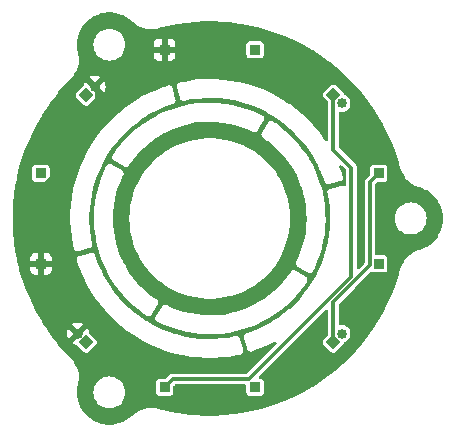
<source format=gbr>
%TF.GenerationSoftware,KiCad,Pcbnew,8.0.0*%
%TF.CreationDate,2024-05-17T03:15:10+03:00*%
%TF.ProjectId,pressure_sensor_sensor,70726573-7375-4726-955f-73656e736f72,rev?*%
%TF.SameCoordinates,Original*%
%TF.FileFunction,Copper,L2,Bot*%
%TF.FilePolarity,Positive*%
%FSLAX46Y46*%
G04 Gerber Fmt 4.6, Leading zero omitted, Abs format (unit mm)*
G04 Created by KiCad (PCBNEW 8.0.0) date 2024-05-17 03:15:10*
%MOMM*%
%LPD*%
G01*
G04 APERTURE LIST*
G04 Aperture macros list*
%AMHorizOval*
0 Thick line with rounded ends*
0 $1 width*
0 $2 $3 position (X,Y) of the first rounded end (center of the circle)*
0 $4 $5 position (X,Y) of the second rounded end (center of the circle)*
0 Add line between two ends*
20,1,$1,$2,$3,$4,$5,0*
0 Add two circle primitives to create the rounded ends*
1,1,$1,$2,$3*
1,1,$1,$4,$5*%
%AMRotRect*
0 Rectangle, with rotation*
0 The origin of the aperture is its center*
0 $1 length*
0 $2 width*
0 $3 Rotation angle, in degrees counterclockwise*
0 Add horizontal line*
21,1,$1,$2,0,0,$3*%
G04 Aperture macros list end*
%TA.AperFunction,ComponentPad*%
%ADD10R,0.850000X0.850000*%
%TD*%
%TA.AperFunction,ComponentPad*%
%ADD11RotRect,0.850000X0.850000X45.000000*%
%TD*%
%TA.AperFunction,ComponentPad*%
%ADD12HorizOval,0.850000X0.000000X0.000000X0.000000X0.000000X0*%
%TD*%
%TA.AperFunction,ComponentPad*%
%ADD13RotRect,0.850000X0.850000X135.000000*%
%TD*%
%TA.AperFunction,ComponentPad*%
%ADD14HorizOval,0.850000X0.000000X0.000000X0.000000X0.000000X0*%
%TD*%
%TA.AperFunction,ComponentPad*%
%ADD15RotRect,0.850000X0.850000X225.000000*%
%TD*%
%TA.AperFunction,ComponentPad*%
%ADD16HorizOval,0.850000X0.000000X0.000000X0.000000X0.000000X0*%
%TD*%
%TA.AperFunction,Conductor*%
%ADD17C,0.300000*%
%TD*%
G04 APERTURE END LIST*
D10*
%TO.P,J12,1,Pin_1*%
%TO.N,/Ap*%
X236238816Y-82197656D03*
%TD*%
D11*
%TO.P,J10,1,Pin_1*%
%TO.N,/An*%
X232408296Y-67901956D03*
D12*
%TO.P,J10,2,Pin_2*%
%TO.N,+3.3VA*%
X233115403Y-68609063D03*
%TD*%
D10*
%TO.P,J14,1,Pin_1*%
%TO.N,GNDA*%
X207647416Y-82197656D03*
%TD*%
D13*
%TO.P,J7,1,Pin_1*%
%TO.N,+3.3VA*%
X232408296Y-88832316D03*
D14*
%TO.P,J7,2,Pin_2*%
%TO.N,/Ap*%
X233115403Y-88125209D03*
%TD*%
D10*
%TO.P,J1,1,Pin_1*%
%TO.N,+3.3VA*%
X236238816Y-74536616D03*
%TD*%
%TO.P,J16,1,Pin_1*%
%TO.N,/An*%
X218112596Y-92662836D03*
%TD*%
%TO.P,J18,1,Pin_1*%
%TO.N,GNDA*%
X218112596Y-64071436D03*
%TD*%
%TO.P,J13,1,Pin_1*%
%TO.N,/Ap*%
X207647416Y-74536616D03*
%TD*%
D13*
%TO.P,J8,1,Pin_1*%
%TO.N,/Ap*%
X211477936Y-67901956D03*
D14*
%TO.P,J8,2,Pin_2*%
%TO.N,GNDA*%
X212185043Y-67194849D03*
%TD*%
D10*
%TO.P,J17,1,Pin_1*%
%TO.N,/An*%
X225773636Y-64071436D03*
%TD*%
%TO.P,J15,1,Pin_1*%
%TO.N,+3.3VA*%
X225773636Y-92662836D03*
%TD*%
D15*
%TO.P,J9,1,Pin_1*%
%TO.N,/An*%
X211477936Y-88832316D03*
D16*
%TO.P,J9,2,Pin_2*%
%TO.N,GNDA*%
X210770829Y-88125209D03*
%TD*%
D17*
%TO.N,+3.3VA*%
X235493116Y-82329718D02*
X235493116Y-75282316D01*
X235493116Y-75282316D02*
X236238816Y-74536616D01*
X232408296Y-85414538D02*
X235493116Y-82329718D01*
X232408296Y-88832316D02*
X232408296Y-85414538D01*
%TO.N,GNDA*%
X207647416Y-82197656D02*
X207647416Y-75778478D01*
X212443116Y-67452922D02*
X212185043Y-67194849D01*
X212355977Y-67365783D02*
X212185043Y-67194849D01*
X212355977Y-71069917D02*
X212355977Y-67365783D01*
X207647416Y-75778478D02*
X212355977Y-71069917D01*
%TO.N,/An*%
X233922489Y-83296475D02*
X225251828Y-91967136D01*
X232408296Y-72536584D02*
X233922489Y-74050777D01*
X218808296Y-91967136D02*
X218112596Y-92662836D01*
X233922489Y-74050777D02*
X233922489Y-83296475D01*
X232408296Y-67901956D02*
X232408296Y-72536584D01*
X225251828Y-91967136D02*
X218808296Y-91967136D01*
%TD*%
%TA.AperFunction,Conductor*%
%TO.N,GNDA*%
G36*
X213616448Y-60901128D02*
G01*
X213631020Y-60902086D01*
X213937894Y-60940546D01*
X213952242Y-60943210D01*
X214252468Y-61017490D01*
X214266399Y-61021823D01*
X214539854Y-61124881D01*
X214555793Y-61130888D01*
X214569132Y-61136834D01*
X214843693Y-61279174D01*
X214856236Y-61286645D01*
X215084894Y-61441788D01*
X215112157Y-61460286D01*
X215123740Y-61469186D01*
X215360089Y-61673991D01*
X215365518Y-61678985D01*
X215457980Y-61769274D01*
X215457988Y-61769281D01*
X215668167Y-61931617D01*
X215668168Y-61931617D01*
X215668174Y-61931622D01*
X215809404Y-62016730D01*
X215895648Y-62068704D01*
X216056510Y-62141901D01*
X216137386Y-62178702D01*
X216390175Y-62260153D01*
X216650657Y-62311975D01*
X216915371Y-62333482D01*
X216915381Y-62333481D01*
X216915384Y-62333482D01*
X217180785Y-62324387D01*
X217180791Y-62324386D01*
X217180802Y-62324386D01*
X217443424Y-62284809D01*
X217443430Y-62284807D01*
X217443432Y-62284807D01*
X217515857Y-62265119D01*
X217530400Y-62265412D01*
X217564729Y-62252539D01*
X217578665Y-62248230D01*
X218343577Y-62060258D01*
X218349303Y-62058995D01*
X219126615Y-61906933D01*
X219132373Y-61905948D01*
X219916111Y-61791183D01*
X219921906Y-61790476D01*
X220710218Y-61713280D01*
X220716044Y-61712851D01*
X221507121Y-61673400D01*
X221512961Y-61673249D01*
X222305013Y-61671631D01*
X222310935Y-61671761D01*
X223102088Y-61707976D01*
X223107985Y-61708387D01*
X223757075Y-61769274D01*
X223896527Y-61782355D01*
X223902412Y-61783049D01*
X224686528Y-61894600D01*
X224692323Y-61895565D01*
X225442355Y-62039112D01*
X225470240Y-62044449D01*
X225476033Y-62045702D01*
X226245926Y-62231569D01*
X226251598Y-62233082D01*
X227011767Y-62455523D01*
X227017340Y-62457299D01*
X227766027Y-62715800D01*
X227771553Y-62717857D01*
X228015070Y-62815190D01*
X228506984Y-63011805D01*
X228512431Y-63014134D01*
X229232977Y-63342875D01*
X229238291Y-63345454D01*
X229905910Y-63689480D01*
X229942326Y-63708245D01*
X229947519Y-63711080D01*
X230633423Y-64107087D01*
X230638445Y-64110149D01*
X231304665Y-64538479D01*
X231309552Y-64541789D01*
X231954532Y-65001441D01*
X231959273Y-65004993D01*
X232115313Y-65127845D01*
X232581568Y-65494934D01*
X232586085Y-65498668D01*
X233184295Y-66017801D01*
X233188639Y-66021757D01*
X233562878Y-66379258D01*
X233761328Y-66568832D01*
X233765511Y-66573023D01*
X234293025Y-67127502D01*
X234311407Y-67146823D01*
X234315387Y-67151211D01*
X234807990Y-67721203D01*
X234833271Y-67750455D01*
X234837014Y-67755001D01*
X235325672Y-68378285D01*
X235329215Y-68383034D01*
X235787547Y-69028956D01*
X235790859Y-69033869D01*
X236217795Y-69700918D01*
X236220869Y-69705983D01*
X236451561Y-70107446D01*
X236604383Y-70373397D01*
X236615467Y-70392685D01*
X236618287Y-70397876D01*
X236730109Y-70615973D01*
X236979636Y-71102651D01*
X236982212Y-71107986D01*
X237309473Y-71829194D01*
X237311792Y-71834647D01*
X237604226Y-72570658D01*
X237606282Y-72576214D01*
X237863241Y-73325398D01*
X237865018Y-73331013D01*
X238086719Y-74094447D01*
X238086828Y-74094822D01*
X238087619Y-74097674D01*
X238101408Y-74149771D01*
X238101493Y-74150014D01*
X238120718Y-74222806D01*
X238120722Y-74222817D01*
X238217757Y-74470025D01*
X238342598Y-74704440D01*
X238426922Y-74826470D01*
X238493572Y-74922923D01*
X238668685Y-75122591D01*
X238766848Y-75211418D01*
X238865608Y-75300786D01*
X239002220Y-75398357D01*
X239081723Y-75455140D01*
X239314163Y-75583604D01*
X239314169Y-75583606D01*
X239314170Y-75583607D01*
X239473627Y-75649076D01*
X239559840Y-75684473D01*
X239648506Y-75709369D01*
X239651720Y-75711381D01*
X239682393Y-75719049D01*
X239692864Y-75722163D01*
X239986884Y-75823905D01*
X240000372Y-75829483D01*
X240278716Y-75964288D01*
X240291462Y-75971416D01*
X240552019Y-76138016D01*
X240563832Y-76146590D01*
X240767759Y-76313790D01*
X240802990Y-76342676D01*
X240813721Y-76352587D01*
X241028156Y-76575434D01*
X241037647Y-76586539D01*
X241224386Y-76833055D01*
X241232506Y-76845198D01*
X241388961Y-77111966D01*
X241395596Y-77124980D01*
X241519595Y-77408299D01*
X241524653Y-77422003D01*
X241614470Y-77717927D01*
X241617882Y-77732131D01*
X241672276Y-78036574D01*
X241673994Y-78051079D01*
X241692210Y-78359804D01*
X241692210Y-78374413D01*
X241673992Y-78683139D01*
X241672274Y-78697644D01*
X241617878Y-79002083D01*
X241614466Y-79016287D01*
X241524645Y-79312220D01*
X241519586Y-79325924D01*
X241395588Y-79609234D01*
X241388953Y-79622248D01*
X241232498Y-79889014D01*
X241224379Y-79901157D01*
X241037635Y-80147675D01*
X241028144Y-80158779D01*
X240813710Y-80381622D01*
X240802979Y-80391533D01*
X240563821Y-80587616D01*
X240551999Y-80596196D01*
X240291448Y-80762791D01*
X240278698Y-80769922D01*
X240000362Y-80904719D01*
X239986864Y-80910300D01*
X239690031Y-81013016D01*
X239683056Y-81015202D01*
X239632868Y-81029318D01*
X239632738Y-81029365D01*
X239559858Y-81049826D01*
X239314183Y-81150681D01*
X239314180Y-81150682D01*
X239314179Y-81150683D01*
X239263960Y-81178435D01*
X239081729Y-81279139D01*
X239081724Y-81279142D01*
X238865601Y-81433487D01*
X238668672Y-81611674D01*
X238668670Y-81611676D01*
X238493561Y-81811325D01*
X238493549Y-81811341D01*
X238342574Y-82029809D01*
X238342560Y-82029831D01*
X238217724Y-82264222D01*
X238120674Y-82511446D01*
X238087268Y-82637919D01*
X238087238Y-82638034D01*
X238087120Y-82638479D01*
X238086342Y-82641278D01*
X237865068Y-83403236D01*
X237863281Y-83408885D01*
X237606324Y-84158060D01*
X237604268Y-84163617D01*
X237311825Y-84899643D01*
X237309506Y-84905095D01*
X236982246Y-85626296D01*
X236979670Y-85631631D01*
X236618328Y-86336391D01*
X236615500Y-86341598D01*
X236220906Y-87028290D01*
X236217832Y-87033355D01*
X235790873Y-87700437D01*
X235787560Y-87705349D01*
X235335211Y-88342839D01*
X235329253Y-88351235D01*
X235325709Y-88355984D01*
X234837053Y-88979265D01*
X234833287Y-88983839D01*
X234315423Y-89583057D01*
X234311443Y-89587446D01*
X233765536Y-90161256D01*
X233761351Y-90165450D01*
X233188680Y-90712507D01*
X233184299Y-90716496D01*
X232586128Y-91235592D01*
X232581562Y-91239367D01*
X231959293Y-91729286D01*
X231954552Y-91732839D01*
X231309570Y-92192490D01*
X231304664Y-92195812D01*
X230638480Y-92624118D01*
X230633421Y-92627202D01*
X229947542Y-93023194D01*
X229942342Y-93026033D01*
X229238323Y-93388814D01*
X229232993Y-93391402D01*
X228512435Y-93720146D01*
X228506987Y-93722475D01*
X227771571Y-94016416D01*
X227766018Y-94018483D01*
X227017407Y-94276958D01*
X227011762Y-94278758D01*
X226251620Y-94501189D01*
X226245896Y-94502716D01*
X225476040Y-94688572D01*
X225470249Y-94689825D01*
X224692356Y-94838703D01*
X224686512Y-94839677D01*
X223902419Y-94951224D01*
X223896535Y-94951918D01*
X223107999Y-95025884D01*
X223102088Y-95026296D01*
X222310941Y-95062510D01*
X222305018Y-95062640D01*
X221513008Y-95061023D01*
X221507085Y-95060869D01*
X220716091Y-95021422D01*
X220710182Y-95020986D01*
X220138515Y-94965005D01*
X219921952Y-94943797D01*
X219916072Y-94943080D01*
X219132418Y-94828327D01*
X219126578Y-94827328D01*
X218349335Y-94675279D01*
X218343549Y-94674003D01*
X217572827Y-94484601D01*
X217569960Y-94483860D01*
X217537994Y-94475190D01*
X217537933Y-94475152D01*
X217537928Y-94475172D01*
X217443424Y-94449483D01*
X217443423Y-94449482D01*
X217443420Y-94449482D01*
X217180801Y-94409906D01*
X217180800Y-94409905D01*
X217180794Y-94409905D01*
X217180784Y-94409904D01*
X216915385Y-94400809D01*
X216915377Y-94400810D01*
X216915375Y-94400810D01*
X216915372Y-94400810D01*
X216650660Y-94422316D01*
X216650659Y-94422316D01*
X216390183Y-94474137D01*
X216137396Y-94555586D01*
X216137390Y-94555588D01*
X215895658Y-94665581D01*
X215895648Y-94665587D01*
X215668187Y-94802658D01*
X215457991Y-94965005D01*
X215365640Y-95055185D01*
X215360215Y-95060176D01*
X215123738Y-95265103D01*
X215112154Y-95274003D01*
X214856247Y-95447644D01*
X214843698Y-95455119D01*
X214569128Y-95597471D01*
X214555786Y-95603419D01*
X214266404Y-95712485D01*
X214252456Y-95716823D01*
X213952243Y-95791106D01*
X213937880Y-95793773D01*
X213631021Y-95832234D01*
X213616446Y-95833194D01*
X213307187Y-95835304D01*
X213292599Y-95834543D01*
X213138920Y-95817406D01*
X212985240Y-95800268D01*
X212970847Y-95797798D01*
X212906883Y-95782894D01*
X212669651Y-95727617D01*
X212655645Y-95723470D01*
X212364792Y-95618357D01*
X212351374Y-95612593D01*
X212074894Y-95474002D01*
X212062246Y-95466700D01*
X212039562Y-95451756D01*
X211803984Y-95296557D01*
X211792281Y-95287816D01*
X211555832Y-95088494D01*
X211545237Y-95078438D01*
X211333859Y-94852683D01*
X211324521Y-94841450D01*
X211141155Y-94592401D01*
X211133207Y-94580156D01*
X210980400Y-94311270D01*
X210973951Y-94298182D01*
X210856056Y-94018483D01*
X210853826Y-94013192D01*
X210848955Y-93999421D01*
X210769006Y-93722475D01*
X210763177Y-93702284D01*
X210759962Y-93688050D01*
X210709721Y-93382873D01*
X210708204Y-93368372D01*
X210695567Y-93089567D01*
X212087456Y-93089567D01*
X212108051Y-93324970D01*
X212108053Y-93324980D01*
X212169209Y-93553222D01*
X212169211Y-93553226D01*
X212169212Y-93553230D01*
X212267889Y-93764843D01*
X212269080Y-93767397D01*
X212269082Y-93767401D01*
X212375296Y-93919089D01*
X212404620Y-93960968D01*
X212571714Y-94128062D01*
X212600900Y-94148498D01*
X212765280Y-94263599D01*
X212765282Y-94263600D01*
X212765285Y-94263602D01*
X212979452Y-94363470D01*
X213207707Y-94424630D01*
X213396033Y-94441106D01*
X213443114Y-94445226D01*
X213443115Y-94445226D01*
X213443116Y-94445226D01*
X213482349Y-94441793D01*
X213678523Y-94424630D01*
X213906778Y-94363470D01*
X214120945Y-94263602D01*
X214314516Y-94128062D01*
X214481610Y-93960968D01*
X214617150Y-93767397D01*
X214717018Y-93553230D01*
X214778178Y-93324975D01*
X214795001Y-93132692D01*
X217387096Y-93132692D01*
X217387098Y-93132718D01*
X217390009Y-93157823D01*
X217390011Y-93157827D01*
X217435389Y-93260600D01*
X217435390Y-93260601D01*
X217514831Y-93340042D01*
X217617605Y-93385421D01*
X217642731Y-93388336D01*
X218582460Y-93388335D01*
X218582475Y-93388333D01*
X218582478Y-93388333D01*
X218607583Y-93385422D01*
X218607584Y-93385421D01*
X218607587Y-93385421D01*
X218710361Y-93340042D01*
X218789802Y-93260601D01*
X218835181Y-93157827D01*
X218838096Y-93132701D01*
X218838095Y-92625801D01*
X218857779Y-92558763D01*
X218874414Y-92538120D01*
X218958581Y-92453954D01*
X219019905Y-92420470D01*
X219046262Y-92417636D01*
X224924136Y-92417636D01*
X224991175Y-92437321D01*
X225036930Y-92490125D01*
X225048136Y-92541636D01*
X225048136Y-93132692D01*
X225048138Y-93132718D01*
X225051049Y-93157823D01*
X225051051Y-93157827D01*
X225096429Y-93260600D01*
X225096430Y-93260601D01*
X225175871Y-93340042D01*
X225278645Y-93385421D01*
X225303771Y-93388336D01*
X226243500Y-93388335D01*
X226243515Y-93388333D01*
X226243518Y-93388333D01*
X226268623Y-93385422D01*
X226268624Y-93385421D01*
X226268627Y-93385421D01*
X226371401Y-93340042D01*
X226450842Y-93260601D01*
X226496221Y-93157827D01*
X226499136Y-93132701D01*
X226499135Y-92192972D01*
X226499079Y-92192490D01*
X226496222Y-92167848D01*
X226496221Y-92167846D01*
X226496221Y-92167845D01*
X226450842Y-92065071D01*
X226371401Y-91985630D01*
X226371399Y-91985629D01*
X226268628Y-91940251D01*
X226243504Y-91937336D01*
X226243501Y-91937336D01*
X226218092Y-91937336D01*
X226151053Y-91917651D01*
X226105298Y-91864847D01*
X226095354Y-91795689D01*
X226124379Y-91732133D01*
X226130411Y-91725655D01*
X228921332Y-88934734D01*
X231746117Y-86109949D01*
X231807438Y-86076466D01*
X231877130Y-86081450D01*
X231933063Y-86123322D01*
X231957480Y-86188786D01*
X231957796Y-86197632D01*
X231957796Y-88205442D01*
X231938111Y-88272481D01*
X231921477Y-88293123D01*
X231563051Y-88651549D01*
X231547340Y-88671382D01*
X231547339Y-88671385D01*
X231535541Y-88701839D01*
X231506755Y-88776143D01*
X231506755Y-88888489D01*
X231547340Y-88993249D01*
X231560342Y-89009665D01*
X231563038Y-89013068D01*
X231563046Y-89013078D01*
X232227529Y-89677560D01*
X232227533Y-89677563D01*
X232227535Y-89677565D01*
X232247363Y-89693272D01*
X232352123Y-89733857D01*
X232352125Y-89733857D01*
X232464469Y-89733857D01*
X232569229Y-89693272D01*
X232589057Y-89677567D01*
X233253545Y-89013077D01*
X233269252Y-88993249D01*
X233309837Y-88888489D01*
X233309837Y-88888487D01*
X233313987Y-88877775D01*
X233316007Y-88878557D01*
X233340848Y-88829696D01*
X233390122Y-88797714D01*
X233432175Y-88782999D01*
X233432174Y-88782999D01*
X233432178Y-88782998D01*
X233570607Y-88696017D01*
X233686211Y-88580413D01*
X233773192Y-88441984D01*
X233827189Y-88287670D01*
X233827407Y-88285734D01*
X233845494Y-88125212D01*
X233845494Y-88125205D01*
X233827190Y-87962753D01*
X233827189Y-87962751D01*
X233827189Y-87962748D01*
X233773192Y-87808434D01*
X233686211Y-87670005D01*
X233570607Y-87554401D01*
X233432177Y-87467419D01*
X233277858Y-87413421D01*
X233115407Y-87395118D01*
X233115399Y-87395118D01*
X232996679Y-87408494D01*
X232927857Y-87396439D01*
X232876478Y-87349090D01*
X232858796Y-87285274D01*
X232858796Y-85652503D01*
X232878481Y-85585464D01*
X232895115Y-85564822D01*
X234216243Y-84243694D01*
X235542159Y-82917777D01*
X235603480Y-82884294D01*
X235673172Y-82889278D01*
X235679910Y-82892020D01*
X235743825Y-82920241D01*
X235768951Y-82923156D01*
X236708680Y-82923155D01*
X236708695Y-82923153D01*
X236708698Y-82923153D01*
X236733803Y-82920242D01*
X236733804Y-82920241D01*
X236733807Y-82920241D01*
X236836581Y-82874862D01*
X236916022Y-82795421D01*
X236961401Y-82692647D01*
X236964316Y-82667521D01*
X236964315Y-81727792D01*
X236964122Y-81726130D01*
X236961402Y-81702668D01*
X236961401Y-81702666D01*
X236961401Y-81702665D01*
X236916022Y-81599891D01*
X236836581Y-81520450D01*
X236832493Y-81518645D01*
X236733808Y-81475071D01*
X236708684Y-81472156D01*
X236708681Y-81472156D01*
X236067616Y-81472156D01*
X236000577Y-81452471D01*
X235954822Y-81399667D01*
X235943616Y-81348156D01*
X235943616Y-78367136D01*
X237587458Y-78367136D01*
X237608053Y-78602539D01*
X237608055Y-78602549D01*
X237669211Y-78830791D01*
X237669213Y-78830795D01*
X237669214Y-78830799D01*
X237726253Y-78953119D01*
X237769082Y-79044966D01*
X237769084Y-79044970D01*
X237845995Y-79154809D01*
X237904622Y-79238537D01*
X238071716Y-79405631D01*
X238152962Y-79462520D01*
X238265282Y-79541168D01*
X238265284Y-79541169D01*
X238265287Y-79541171D01*
X238479454Y-79641039D01*
X238707709Y-79702199D01*
X238896035Y-79718675D01*
X238943116Y-79722795D01*
X238943117Y-79722795D01*
X238943118Y-79722795D01*
X238982351Y-79719362D01*
X239178525Y-79702199D01*
X239406780Y-79641039D01*
X239620947Y-79541171D01*
X239814518Y-79405631D01*
X239981612Y-79238537D01*
X240117152Y-79044966D01*
X240217020Y-78830799D01*
X240278180Y-78602544D01*
X240298776Y-78367136D01*
X240297055Y-78347471D01*
X240291773Y-78287097D01*
X240278180Y-78131728D01*
X240217020Y-77903473D01*
X240117152Y-77689307D01*
X240107908Y-77676104D01*
X239981611Y-77495733D01*
X239814519Y-77328642D01*
X239814512Y-77328637D01*
X239620951Y-77193103D01*
X239620947Y-77193101D01*
X239584480Y-77176096D01*
X239406780Y-77093233D01*
X239406776Y-77093232D01*
X239406772Y-77093230D01*
X239178530Y-77032074D01*
X239178520Y-77032072D01*
X238943118Y-77011477D01*
X238943116Y-77011477D01*
X238707713Y-77032072D01*
X238707703Y-77032074D01*
X238479461Y-77093230D01*
X238479452Y-77093234D01*
X238265288Y-77193100D01*
X238265286Y-77193101D01*
X238071714Y-77328641D01*
X237904622Y-77495733D01*
X237769082Y-77689305D01*
X237769081Y-77689307D01*
X237669215Y-77903471D01*
X237669211Y-77903480D01*
X237608055Y-78131722D01*
X237608053Y-78131732D01*
X237587458Y-78367135D01*
X237587458Y-78367136D01*
X235943616Y-78367136D01*
X235943616Y-75520280D01*
X235963301Y-75453241D01*
X235979931Y-75432603D01*
X236114100Y-75298433D01*
X236175423Y-75264949D01*
X236201781Y-75262115D01*
X236708672Y-75262115D01*
X236708680Y-75262115D01*
X236708695Y-75262113D01*
X236708698Y-75262113D01*
X236733803Y-75259202D01*
X236733804Y-75259201D01*
X236733807Y-75259201D01*
X236836581Y-75213822D01*
X236916022Y-75134381D01*
X236961401Y-75031607D01*
X236964316Y-75006481D01*
X236964315Y-74066752D01*
X236964121Y-74065075D01*
X236961402Y-74041628D01*
X236961401Y-74041626D01*
X236961401Y-74041625D01*
X236916022Y-73938851D01*
X236836581Y-73859410D01*
X236757300Y-73824404D01*
X236733808Y-73814031D01*
X236708681Y-73811116D01*
X235768959Y-73811116D01*
X235768933Y-73811118D01*
X235743828Y-73814029D01*
X235743824Y-73814031D01*
X235641051Y-73859409D01*
X235561610Y-73938850D01*
X235516231Y-74041622D01*
X235516231Y-74041624D01*
X235513316Y-74066747D01*
X235513316Y-74573650D01*
X235493631Y-74640689D01*
X235476997Y-74661331D01*
X235132629Y-75005699D01*
X235132625Y-75005705D01*
X235073316Y-75108430D01*
X235073315Y-75108430D01*
X235067513Y-75130089D01*
X235067513Y-75130090D01*
X235042616Y-75223007D01*
X235042616Y-82091753D01*
X235022931Y-82158792D01*
X235006297Y-82179434D01*
X234584670Y-82601061D01*
X234523347Y-82634546D01*
X234453655Y-82629562D01*
X234397722Y-82587690D01*
X234373305Y-82522226D01*
X234372989Y-82513380D01*
X234372989Y-73991470D01*
X234372989Y-73991468D01*
X234342288Y-73876891D01*
X234306361Y-73814664D01*
X234282978Y-73774163D01*
X232895115Y-72386300D01*
X232861630Y-72324977D01*
X232858796Y-72298619D01*
X232858796Y-69448997D01*
X232878481Y-69381958D01*
X232931285Y-69336203D01*
X232996679Y-69325777D01*
X233033226Y-69329894D01*
X233115401Y-69339154D01*
X233115403Y-69339154D01*
X233115407Y-69339154D01*
X233277858Y-69320850D01*
X233277859Y-69320849D01*
X233277864Y-69320849D01*
X233432178Y-69266852D01*
X233570607Y-69179871D01*
X233686211Y-69064267D01*
X233773192Y-68925838D01*
X233827189Y-68771524D01*
X233827190Y-68771518D01*
X233845494Y-68609066D01*
X233845494Y-68609059D01*
X233827190Y-68446607D01*
X233827189Y-68446605D01*
X233827189Y-68446602D01*
X233773192Y-68292288D01*
X233686211Y-68153859D01*
X233570607Y-68038255D01*
X233432180Y-67951275D01*
X233432181Y-67951275D01*
X233390117Y-67936556D01*
X233333342Y-67895833D01*
X233315354Y-67855968D01*
X233313988Y-67856498D01*
X233309837Y-67845783D01*
X233269252Y-67741023D01*
X233253547Y-67721195D01*
X233094557Y-67562205D01*
X232589062Y-67056711D01*
X232569229Y-67041000D01*
X232569226Y-67040999D01*
X232464469Y-67000415D01*
X232352123Y-67000415D01*
X232247362Y-67041000D01*
X232227543Y-67056698D01*
X232227533Y-67056706D01*
X231563051Y-67721189D01*
X231547340Y-67741022D01*
X231547339Y-67741025D01*
X231541914Y-67755029D01*
X231506755Y-67845783D01*
X231506755Y-67958129D01*
X231536780Y-68035631D01*
X231547340Y-68062889D01*
X231563041Y-68082713D01*
X231563042Y-68082714D01*
X231563044Y-68082716D01*
X231563045Y-68082717D01*
X231921478Y-68441148D01*
X231954962Y-68502469D01*
X231957796Y-68528828D01*
X231957796Y-71706193D01*
X231938111Y-71773232D01*
X231885307Y-71818987D01*
X231816149Y-71828931D01*
X231752593Y-71799906D01*
X231730803Y-71775248D01*
X231556835Y-71515779D01*
X231556826Y-71515768D01*
X231556822Y-71515761D01*
X231150400Y-70978587D01*
X231150396Y-70978582D01*
X231150392Y-70978577D01*
X230713969Y-70465433D01*
X230248988Y-69978017D01*
X229756962Y-69517916D01*
X229239494Y-69086629D01*
X229239490Y-69086626D01*
X229239478Y-69086616D01*
X228698274Y-68685565D01*
X228698259Y-68685555D01*
X228511382Y-68562940D01*
X228135046Y-68316016D01*
X227749532Y-68093438D01*
X227551673Y-67979203D01*
X227466990Y-67936556D01*
X226950018Y-67676204D01*
X226416932Y-67444849D01*
X226332060Y-67408015D01*
X226332057Y-67408014D01*
X225699834Y-67175520D01*
X225055348Y-66979457D01*
X224400787Y-66820488D01*
X224400770Y-66820484D01*
X224400756Y-66820481D01*
X224246575Y-66792236D01*
X223738165Y-66699099D01*
X223738138Y-66699095D01*
X223069693Y-66615705D01*
X223069686Y-66615704D01*
X222397592Y-66570577D01*
X221948511Y-66566099D01*
X221723978Y-66563860D01*
X221723976Y-66563860D01*
X221723971Y-66563860D01*
X221433526Y-66577549D01*
X221051091Y-66595574D01*
X221051083Y-66595574D01*
X221051079Y-66595575D01*
X221051073Y-66595575D01*
X220381108Y-66665618D01*
X220236333Y-66689165D01*
X219716213Y-66773763D01*
X219716203Y-66773765D01*
X219716192Y-66773767D01*
X219505649Y-66820480D01*
X219432807Y-66836641D01*
X219420893Y-66837947D01*
X219420969Y-66838524D01*
X219412915Y-66839584D01*
X219383611Y-66847435D01*
X219378380Y-66848715D01*
X219340934Y-66857022D01*
X219340925Y-66857026D01*
X219301618Y-66880187D01*
X219300674Y-66880738D01*
X219264363Y-66901703D01*
X219259252Y-66905151D01*
X219258919Y-66905347D01*
X219258914Y-66905351D01*
X219235984Y-66931274D01*
X219230791Y-66936796D01*
X219212012Y-66955576D01*
X219207070Y-66962017D01*
X219207018Y-66961977D01*
X219199098Y-66972979D01*
X219195856Y-66976645D01*
X219195852Y-66976650D01*
X219186502Y-66998162D01*
X219180171Y-67010724D01*
X219172455Y-67024088D01*
X219172448Y-67024105D01*
X219170364Y-67031883D01*
X219164317Y-67049201D01*
X219157909Y-67063943D01*
X219157907Y-67063952D01*
X219156730Y-67076192D01*
X219153080Y-67096390D01*
X219151974Y-67100519D01*
X219151974Y-67119718D01*
X219151405Y-67131585D01*
X219149733Y-67148980D01*
X219148798Y-67158701D01*
X219149031Y-67159753D01*
X219150336Y-67171661D01*
X219150913Y-67171586D01*
X219151973Y-67179642D01*
X219159823Y-67208939D01*
X219161104Y-67214173D01*
X219169414Y-67251632D01*
X219172606Y-67259733D01*
X219177011Y-67273091D01*
X219418685Y-68175024D01*
X219420077Y-68180763D01*
X219427463Y-68214719D01*
X219428042Y-68217383D01*
X219433096Y-68226043D01*
X219451496Y-68257567D01*
X219451789Y-68258072D01*
X219474075Y-68296671D01*
X219475936Y-68299441D01*
X219476026Y-68299595D01*
X219502515Y-68323221D01*
X219507660Y-68328080D01*
X219527051Y-68347471D01*
X219527054Y-68347473D01*
X219533499Y-68352418D01*
X219533387Y-68352562D01*
X219544081Y-68360293D01*
X219547060Y-68362950D01*
X219547064Y-68362953D01*
X219554926Y-68366409D01*
X219569348Y-68372748D01*
X219581449Y-68378878D01*
X219584477Y-68380626D01*
X219595574Y-68387033D01*
X219602489Y-68388885D01*
X219620288Y-68395142D01*
X219634200Y-68401257D01*
X219634204Y-68401258D01*
X219634206Y-68401259D01*
X219637161Y-68401555D01*
X219647320Y-68402575D01*
X219667034Y-68406180D01*
X219672000Y-68407511D01*
X219690317Y-68407511D01*
X219702695Y-68408130D01*
X219728920Y-68410761D01*
X219730838Y-68410343D01*
X219743124Y-68409023D01*
X219743065Y-68408572D01*
X219751116Y-68407511D01*
X219751124Y-68407511D01*
X219774456Y-68401259D01*
X219775158Y-68401071D01*
X219784477Y-68398955D01*
X220363518Y-68290803D01*
X220370686Y-68289681D01*
X220960616Y-68215176D01*
X220967896Y-68214475D01*
X221561163Y-68174899D01*
X221568461Y-68174629D01*
X222163039Y-68170117D01*
X222170300Y-68170276D01*
X222764128Y-68200845D01*
X222771420Y-68201437D01*
X222796496Y-68204218D01*
X223362390Y-68266978D01*
X223369591Y-68267993D01*
X223955695Y-68368286D01*
X223962807Y-68369720D01*
X224541982Y-68504410D01*
X224549010Y-68506264D01*
X225119228Y-68674884D01*
X225126129Y-68677148D01*
X225685418Y-68879113D01*
X225692185Y-68881786D01*
X226238543Y-69116371D01*
X226245161Y-69119447D01*
X226413475Y-69203800D01*
X226776728Y-69385850D01*
X226783170Y-69389320D01*
X226952564Y-69487120D01*
X227298098Y-69686615D01*
X227304289Y-69690437D01*
X227800804Y-70017602D01*
X227806780Y-70021798D01*
X228137452Y-70268843D01*
X228283114Y-70377667D01*
X228288844Y-70382218D01*
X228307427Y-70397891D01*
X228682406Y-70714158D01*
X228743331Y-70765543D01*
X228748777Y-70770418D01*
X229150313Y-71151816D01*
X229179886Y-71179906D01*
X229185041Y-71185101D01*
X229591239Y-71619303D01*
X229596078Y-71624791D01*
X229975952Y-72082189D01*
X229980459Y-72087954D01*
X230332692Y-72566966D01*
X230336851Y-72572987D01*
X230660208Y-73071930D01*
X230664005Y-73078185D01*
X230770554Y-73266011D01*
X230933215Y-73552754D01*
X230957382Y-73595355D01*
X230960798Y-73601815D01*
X231065924Y-73815615D01*
X231223150Y-74135377D01*
X231226184Y-74142036D01*
X231270267Y-74246896D01*
X231449608Y-74673497D01*
X231456612Y-74690156D01*
X231459244Y-74696974D01*
X231503980Y-74823867D01*
X231655303Y-75253097D01*
X231658130Y-75262222D01*
X231664406Y-75285642D01*
X231664407Y-75285644D01*
X231664408Y-75285647D01*
X231667516Y-75293152D01*
X231667098Y-75293325D01*
X231672089Y-75304611D01*
X231672691Y-75306493D01*
X231672690Y-75306493D01*
X231688081Y-75327888D01*
X231694805Y-75338297D01*
X231703962Y-75354157D01*
X231703968Y-75354165D01*
X231707601Y-75357798D01*
X231720575Y-75373060D01*
X231728278Y-75383768D01*
X231728279Y-75383769D01*
X231740530Y-75392758D01*
X231754854Y-75405051D01*
X231759915Y-75410112D01*
X231774040Y-75418267D01*
X231785390Y-75425676D01*
X231805022Y-75440082D01*
X231808817Y-75441334D01*
X231820861Y-75446731D01*
X231820931Y-75446564D01*
X231828434Y-75449671D01*
X231828438Y-75449674D01*
X231854944Y-75456775D01*
X231861717Y-75458800D01*
X231892366Y-75468919D01*
X231895413Y-75469925D01*
X231895581Y-75469925D01*
X231898915Y-75470153D01*
X231904865Y-75470153D01*
X231943268Y-75470153D01*
X231943853Y-75470153D01*
X231990601Y-75470375D01*
X232026324Y-75458953D01*
X232031938Y-75457304D01*
X232933893Y-75215627D01*
X232947675Y-75212763D01*
X232956276Y-75211479D01*
X232956279Y-75211477D01*
X232956282Y-75211478D01*
X232992911Y-75199933D01*
X232998036Y-75198440D01*
X233027344Y-75190589D01*
X233027346Y-75190587D01*
X233034852Y-75187479D01*
X233035076Y-75188020D01*
X233046044Y-75183190D01*
X233047070Y-75182867D01*
X233069251Y-75167049D01*
X233079219Y-75160637D01*
X233095866Y-75151027D01*
X233098870Y-75148022D01*
X233114565Y-75134736D01*
X233124572Y-75127601D01*
X233134136Y-75114678D01*
X233146125Y-75100768D01*
X233151810Y-75095083D01*
X233151810Y-75095082D01*
X233151814Y-75095079D01*
X233159531Y-75081709D01*
X233167238Y-75069957D01*
X233181204Y-75051091D01*
X233182753Y-75046463D01*
X233188327Y-75034094D01*
X233188264Y-75034068D01*
X233191375Y-75026557D01*
X233191376Y-75026556D01*
X233198259Y-75000866D01*
X233200427Y-74993663D01*
X233211421Y-74960825D01*
X233211424Y-74960479D01*
X233211855Y-74954333D01*
X233211855Y-74912475D01*
X233211860Y-74911373D01*
X233212266Y-74865640D01*
X233200734Y-74829050D01*
X233199229Y-74823890D01*
X233191376Y-74794578D01*
X233191371Y-74794570D01*
X233188267Y-74787075D01*
X233188782Y-74786861D01*
X233183862Y-74775676D01*
X233171406Y-74736148D01*
X233096684Y-74499017D01*
X232912491Y-74013147D01*
X232907134Y-73943485D01*
X232940290Y-73881983D01*
X233001433Y-73848170D01*
X233071150Y-73852781D01*
X233116121Y-73881512D01*
X233435670Y-74201061D01*
X233469155Y-74262384D01*
X233471989Y-74288742D01*
X233471989Y-75530966D01*
X233452304Y-75598005D01*
X233399500Y-75643760D01*
X233330342Y-75653704D01*
X233310227Y-75649076D01*
X233293087Y-75643596D01*
X233280954Y-75639004D01*
X233273313Y-75635645D01*
X233257747Y-75628803D01*
X233254772Y-75628505D01*
X233242273Y-75625910D01*
X233242218Y-75626220D01*
X233234218Y-75624776D01*
X233205808Y-75623421D01*
X233199345Y-75622943D01*
X233163038Y-75619301D01*
X233163037Y-75619301D01*
X233076521Y-75638118D01*
X233076467Y-75638128D01*
X232142192Y-75841333D01*
X232092868Y-75852060D01*
X232061336Y-75870463D01*
X232055653Y-75873583D01*
X232030387Y-75886607D01*
X232023715Y-75891240D01*
X232023536Y-75890982D01*
X232013239Y-75898535D01*
X232010662Y-75900038D01*
X232010655Y-75900045D01*
X231993780Y-75918964D01*
X231984656Y-75928174D01*
X231971839Y-75939825D01*
X231971836Y-75939829D01*
X231968500Y-75945019D01*
X231956742Y-75960492D01*
X231947298Y-75971082D01*
X231941586Y-75984075D01*
X231932386Y-76001211D01*
X231929059Y-76006387D01*
X231929056Y-76006393D01*
X231923782Y-76022888D01*
X231919191Y-76035018D01*
X231908991Y-76058221D01*
X231908990Y-76058225D01*
X231908692Y-76061200D01*
X231906096Y-76073707D01*
X231906406Y-76073763D01*
X231904963Y-76081755D01*
X231903608Y-76110166D01*
X231903130Y-76116629D01*
X231899488Y-76152935D01*
X231899489Y-76152939D01*
X231909213Y-76197647D01*
X231909937Y-76201231D01*
X231940543Y-76365088D01*
X232019442Y-76787507D01*
X232020573Y-76794737D01*
X232095074Y-77384635D01*
X232095776Y-77391918D01*
X232135352Y-77985178D01*
X232135623Y-77992491D01*
X232140137Y-78587035D01*
X232139977Y-78594351D01*
X232109409Y-79188154D01*
X232108817Y-79195447D01*
X232043281Y-79786379D01*
X232042261Y-79793625D01*
X231941974Y-80379706D01*
X231940527Y-80386879D01*
X231805853Y-80965987D01*
X231803986Y-80973063D01*
X231635381Y-81543233D01*
X231633100Y-81550185D01*
X231431153Y-82109430D01*
X231428465Y-82116237D01*
X231193889Y-82662575D01*
X231190805Y-82669210D01*
X230924414Y-83200757D01*
X230920944Y-83207200D01*
X230623656Y-83722117D01*
X230619812Y-83728343D01*
X230292658Y-84224844D01*
X230288453Y-84230833D01*
X229932609Y-84707135D01*
X229928059Y-84712865D01*
X229544712Y-85167383D01*
X229539831Y-85172836D01*
X229130347Y-85603939D01*
X229125153Y-85609093D01*
X228690971Y-86015277D01*
X228685482Y-86020117D01*
X228228074Y-86400001D01*
X228222309Y-86404508D01*
X227743304Y-86756738D01*
X227737284Y-86760897D01*
X227238326Y-87084267D01*
X227232070Y-87088064D01*
X226714914Y-87381433D01*
X226708446Y-87384854D01*
X226174872Y-87647214D01*
X226168213Y-87650247D01*
X225620116Y-87880667D01*
X225613289Y-87883303D01*
X225057795Y-88079142D01*
X225048668Y-88081969D01*
X225024608Y-88088417D01*
X225017094Y-88091530D01*
X225016920Y-88091112D01*
X225005635Y-88096102D01*
X225003756Y-88096702D01*
X225003751Y-88096705D01*
X224982349Y-88112100D01*
X224971948Y-88118819D01*
X224956088Y-88127977D01*
X224956085Y-88127979D01*
X224952446Y-88131618D01*
X224937184Y-88144590D01*
X224926478Y-88152291D01*
X224917484Y-88164548D01*
X224905204Y-88178858D01*
X224900139Y-88183923D01*
X224900135Y-88183928D01*
X224891983Y-88198048D01*
X224884573Y-88209399D01*
X224870165Y-88229035D01*
X224870163Y-88229039D01*
X224868909Y-88232837D01*
X224863515Y-88244877D01*
X224863682Y-88244947D01*
X224860572Y-88252454D01*
X224853470Y-88278958D01*
X224851446Y-88285734D01*
X224840323Y-88319427D01*
X224840322Y-88319639D01*
X224840095Y-88322992D01*
X224840095Y-88367280D01*
X224840094Y-88367866D01*
X224839873Y-88414615D01*
X224839873Y-88414617D01*
X224851288Y-88450323D01*
X224852952Y-88455988D01*
X225094624Y-89357917D01*
X225097489Y-89371694D01*
X225098774Y-89380298D01*
X225098774Y-89380300D01*
X225109801Y-89415291D01*
X225110305Y-89416890D01*
X225111812Y-89422062D01*
X225119665Y-89451368D01*
X225122774Y-89458875D01*
X225122241Y-89459095D01*
X225127059Y-89470054D01*
X225127383Y-89471083D01*
X225127384Y-89471085D01*
X225127385Y-89471087D01*
X225143201Y-89493267D01*
X225149624Y-89503254D01*
X225159224Y-89519883D01*
X225162232Y-89522891D01*
X225175508Y-89538575D01*
X225182650Y-89548590D01*
X225182651Y-89548590D01*
X225182652Y-89548592D01*
X225195574Y-89558156D01*
X225209489Y-89570148D01*
X225215170Y-89575830D01*
X225215172Y-89575831D01*
X225215173Y-89575832D01*
X225228531Y-89583544D01*
X225240293Y-89591256D01*
X225259161Y-89605222D01*
X225263367Y-89606629D01*
X225263780Y-89606768D01*
X225276158Y-89612345D01*
X225276185Y-89612283D01*
X225283689Y-89615391D01*
X225283692Y-89615391D01*
X225283696Y-89615394D01*
X225309381Y-89622276D01*
X225316623Y-89624457D01*
X225349427Y-89635438D01*
X225349778Y-89635441D01*
X225355931Y-89635872D01*
X225360122Y-89635872D01*
X225397837Y-89635872D01*
X225398935Y-89635876D01*
X225408856Y-89635964D01*
X225444608Y-89636282D01*
X225444608Y-89636281D01*
X225444612Y-89636282D01*
X225481196Y-89624752D01*
X225486364Y-89623247D01*
X225515673Y-89615394D01*
X225523186Y-89612282D01*
X225523412Y-89612829D01*
X225534339Y-89608017D01*
X225810364Y-89521063D01*
X226438533Y-89283038D01*
X227052147Y-89009668D01*
X227418856Y-88820605D01*
X227487461Y-88807381D01*
X227552326Y-88833348D01*
X227592856Y-88890261D01*
X227596182Y-88960051D01*
X227563358Y-89018501D01*
X225101544Y-91480317D01*
X225040221Y-91513802D01*
X225013863Y-91516636D01*
X218748987Y-91516636D01*
X218680240Y-91535056D01*
X218634408Y-91547337D01*
X218634403Y-91547340D01*
X218590991Y-91572403D01*
X218590992Y-91572404D01*
X218531685Y-91606644D01*
X218531679Y-91606649D01*
X218237311Y-91901017D01*
X218175988Y-91934502D01*
X218149630Y-91937336D01*
X217642739Y-91937336D01*
X217642713Y-91937338D01*
X217617608Y-91940249D01*
X217617604Y-91940251D01*
X217514831Y-91985629D01*
X217435390Y-92065070D01*
X217390011Y-92167842D01*
X217390011Y-92167844D01*
X217387096Y-92192967D01*
X217387096Y-93132692D01*
X214795001Y-93132692D01*
X214798774Y-93089567D01*
X214778178Y-92854159D01*
X214717018Y-92625904D01*
X214617150Y-92411738D01*
X214616646Y-92411017D01*
X214481609Y-92218164D01*
X214314517Y-92051073D01*
X214314510Y-92051068D01*
X214120949Y-91915534D01*
X214120945Y-91915532D01*
X214120943Y-91915531D01*
X213906778Y-91815664D01*
X213906774Y-91815663D01*
X213906770Y-91815661D01*
X213678528Y-91754505D01*
X213678518Y-91754503D01*
X213443116Y-91733908D01*
X213443114Y-91733908D01*
X213207711Y-91754503D01*
X213207701Y-91754505D01*
X212979459Y-91815661D01*
X212979450Y-91815665D01*
X212765286Y-91915531D01*
X212765284Y-91915532D01*
X212571712Y-92051072D01*
X212404620Y-92218164D01*
X212269080Y-92411736D01*
X212269079Y-92411738D01*
X212169213Y-92625902D01*
X212169209Y-92625911D01*
X212108053Y-92854153D01*
X212108051Y-92854163D01*
X212087456Y-93089566D01*
X212087456Y-93089567D01*
X210695567Y-93089567D01*
X210694200Y-93059406D01*
X210694399Y-93044806D01*
X210695764Y-93026033D01*
X210716824Y-92736338D01*
X210718737Y-92721884D01*
X210777994Y-92414503D01*
X210779577Y-92407418D01*
X210790408Y-92364895D01*
X210790407Y-92364893D01*
X210792909Y-92355074D01*
X210792913Y-92355075D01*
X210792925Y-92354997D01*
X210811468Y-92282335D01*
X210820120Y-92218166D01*
X210846956Y-92019136D01*
X210851928Y-91753607D01*
X210850019Y-91733908D01*
X210837690Y-91606647D01*
X210826318Y-91489269D01*
X210770467Y-91229632D01*
X210685117Y-90978145D01*
X210571401Y-90738148D01*
X210430828Y-90512826D01*
X210265266Y-90305173D01*
X210265264Y-90305171D01*
X210172115Y-90212675D01*
X210169999Y-90210522D01*
X209726342Y-89747990D01*
X209620730Y-89637884D01*
X209616754Y-89633536D01*
X209096416Y-89036404D01*
X209092655Y-89031873D01*
X209015854Y-88934734D01*
X210314854Y-88934734D01*
X210483416Y-89009782D01*
X210632864Y-89041548D01*
X210694346Y-89074740D01*
X210694765Y-89075157D01*
X211297169Y-89677560D01*
X211297173Y-89677563D01*
X211297175Y-89677565D01*
X211317003Y-89693272D01*
X211421763Y-89733857D01*
X211421765Y-89733857D01*
X211534109Y-89733857D01*
X211638869Y-89693272D01*
X211658697Y-89677567D01*
X212323185Y-89013077D01*
X212338892Y-88993249D01*
X212379477Y-88888489D01*
X212379477Y-88776143D01*
X212338892Y-88671383D01*
X212323187Y-88651555D01*
X211720707Y-88049077D01*
X211687223Y-87987755D01*
X211685068Y-87974356D01*
X211680599Y-87931835D01*
X211680599Y-87931832D01*
X211620515Y-87746910D01*
X211620512Y-87746904D01*
X211577384Y-87672205D01*
X210982770Y-88266820D01*
X211020829Y-88174937D01*
X211020829Y-88075481D01*
X210982769Y-87983595D01*
X210912443Y-87913269D01*
X210820557Y-87875209D01*
X210721101Y-87875209D01*
X210629215Y-87913269D01*
X210558889Y-87983595D01*
X210520829Y-88075481D01*
X210520829Y-88174937D01*
X210558889Y-88266823D01*
X210629215Y-88337149D01*
X210721101Y-88375209D01*
X210820557Y-88375209D01*
X210912440Y-88337149D01*
X210770829Y-88478762D01*
X210314854Y-88934734D01*
X209015854Y-88934734D01*
X208601434Y-88410566D01*
X208597911Y-88405885D01*
X208397019Y-88125209D01*
X209840734Y-88125209D01*
X209861059Y-88318589D01*
X209861060Y-88318591D01*
X209921145Y-88503514D01*
X209921146Y-88503516D01*
X209964271Y-88578211D01*
X209964272Y-88578212D01*
X210417276Y-88125209D01*
X209964272Y-87672205D01*
X209921144Y-87746906D01*
X209861060Y-87931826D01*
X209861059Y-87931828D01*
X209840734Y-88125209D01*
X208397019Y-88125209D01*
X208136921Y-87761812D01*
X208133602Y-87756932D01*
X207848636Y-87315682D01*
X210314854Y-87315682D01*
X210770829Y-87771656D01*
X210770830Y-87771656D01*
X211226802Y-87315682D01*
X211058242Y-87240635D01*
X210868050Y-87200209D01*
X210673608Y-87200209D01*
X210483415Y-87240635D01*
X210483414Y-87240635D01*
X210314854Y-87315682D01*
X207848636Y-87315682D01*
X207703921Y-87091601D01*
X207700827Y-87086548D01*
X207370727Y-86517486D01*
X207303440Y-86401491D01*
X207300593Y-86396301D01*
X207244603Y-86288188D01*
X206936357Y-85692991D01*
X206933767Y-85687682D01*
X206932830Y-85685640D01*
X206603555Y-84967806D01*
X206601219Y-84962374D01*
X206305765Y-84227531D01*
X206303694Y-84222001D01*
X206294510Y-84195577D01*
X206043680Y-83473887D01*
X206041875Y-83468263D01*
X205817889Y-82708569D01*
X205816366Y-82702906D01*
X205754192Y-82447656D01*
X206722416Y-82447656D01*
X206722416Y-82670500D01*
X206728817Y-82730028D01*
X206728819Y-82730035D01*
X206779061Y-82864742D01*
X206779065Y-82864749D01*
X206865225Y-82979843D01*
X206865228Y-82979846D01*
X206980322Y-83066006D01*
X206980329Y-83066010D01*
X207115036Y-83116252D01*
X207115043Y-83116254D01*
X207174571Y-83122655D01*
X207174588Y-83122656D01*
X207397416Y-83122656D01*
X207397416Y-82447656D01*
X206722416Y-82447656D01*
X205754192Y-82447656D01*
X205705410Y-82247384D01*
X207397416Y-82247384D01*
X207435476Y-82339270D01*
X207505802Y-82409596D01*
X207597688Y-82447656D01*
X207697144Y-82447656D01*
X207897416Y-82447656D01*
X207897416Y-83122656D01*
X208120244Y-83122656D01*
X208120260Y-83122655D01*
X208179788Y-83116254D01*
X208179795Y-83116252D01*
X208314502Y-83066010D01*
X208314509Y-83066006D01*
X208429603Y-82979846D01*
X208429606Y-82979843D01*
X208515766Y-82864749D01*
X208515770Y-82864742D01*
X208566012Y-82730035D01*
X208566014Y-82730028D01*
X208572415Y-82670500D01*
X208572416Y-82670483D01*
X208572416Y-82447656D01*
X207897416Y-82447656D01*
X207697144Y-82447656D01*
X207789030Y-82409596D01*
X207859356Y-82339270D01*
X207897416Y-82247384D01*
X207897416Y-82147928D01*
X207859356Y-82056042D01*
X207789030Y-81985716D01*
X207697144Y-81947656D01*
X207597688Y-81947656D01*
X207505802Y-81985716D01*
X207435476Y-82056042D01*
X207397416Y-82147928D01*
X207397416Y-82247384D01*
X205705410Y-82247384D01*
X205632402Y-81947656D01*
X206722416Y-81947656D01*
X207397416Y-81947656D01*
X207397416Y-81272656D01*
X207897416Y-81272656D01*
X207897416Y-81947656D01*
X208572416Y-81947656D01*
X208572416Y-81868628D01*
X210673965Y-81868628D01*
X210673966Y-81868636D01*
X210685498Y-81905228D01*
X210686999Y-81910377D01*
X210691210Y-81926093D01*
X210694855Y-81939696D01*
X210697966Y-81947205D01*
X210697413Y-81947433D01*
X210702170Y-81958253D01*
X210785940Y-82224079D01*
X210785951Y-82224111D01*
X210867225Y-82439783D01*
X211015227Y-82832533D01*
X211025520Y-82855866D01*
X211277647Y-83427398D01*
X211277654Y-83427413D01*
X211277656Y-83427416D01*
X211572439Y-84006948D01*
X211572446Y-84006960D01*
X211572447Y-84006962D01*
X211898678Y-84569365D01*
X211898682Y-84569371D01*
X212255396Y-85112979D01*
X212328020Y-85211380D01*
X212641497Y-85636122D01*
X213055813Y-86137212D01*
X213055817Y-86137216D01*
X213297660Y-86398921D01*
X213497094Y-86614735D01*
X213497103Y-86614744D01*
X213964001Y-87067243D01*
X214260523Y-87324520D01*
X214455103Y-87493348D01*
X214968925Y-87891772D01*
X215503903Y-88261302D01*
X216058415Y-88600818D01*
X216475881Y-88825807D01*
X216630784Y-88909291D01*
X216982924Y-89074740D01*
X217219257Y-89185779D01*
X217822066Y-89429450D01*
X218437377Y-89639562D01*
X219063322Y-89815479D01*
X219698004Y-89956666D01*
X220339496Y-90062695D01*
X220985852Y-90133245D01*
X221635113Y-90168102D01*
X222285308Y-90167159D01*
X222934465Y-90130420D01*
X222934477Y-90130418D01*
X222934488Y-90130418D01*
X223395000Y-90078800D01*
X223580614Y-90057996D01*
X224221796Y-89950107D01*
X224501150Y-89887106D01*
X224523485Y-89884168D01*
X224524335Y-89884135D01*
X224545927Y-89877415D01*
X224555488Y-89874854D01*
X224585358Y-89868120D01*
X224585787Y-89867865D01*
X224597141Y-89861893D01*
X224599882Y-89860627D01*
X224599886Y-89860626D01*
X224628448Y-89842579D01*
X224631278Y-89840845D01*
X224667201Y-89819511D01*
X224695188Y-89787643D01*
X224697117Y-89785501D01*
X224720450Y-89760230D01*
X224720452Y-89760224D01*
X224721480Y-89758769D01*
X224729644Y-89748412D01*
X224730016Y-89747990D01*
X224742353Y-89719332D01*
X224746468Y-89710703D01*
X224757249Y-89690185D01*
X224757305Y-89689934D01*
X224764373Y-89668183D01*
X224767656Y-89660559D01*
X224769505Y-89640589D01*
X224772018Y-89624728D01*
X224774665Y-89613003D01*
X224774208Y-89601557D01*
X224774637Y-89585188D01*
X224776436Y-89565776D01*
X224774483Y-89557116D01*
X224771544Y-89534779D01*
X224771511Y-89533943D01*
X224764795Y-89512362D01*
X224762241Y-89502829D01*
X224755497Y-89472919D01*
X224755494Y-89472914D01*
X224752942Y-89466503D01*
X224744912Y-89448464D01*
X224467120Y-88555723D01*
X224464356Y-88545243D01*
X224458190Y-88516889D01*
X224458113Y-88516758D01*
X224452632Y-88506239D01*
X224449846Y-88500204D01*
X224449845Y-88500202D01*
X224432694Y-88473057D01*
X224430449Y-88469361D01*
X224422644Y-88455988D01*
X224410207Y-88434678D01*
X224377336Y-88405361D01*
X224375841Y-88404004D01*
X224361974Y-88391201D01*
X224348634Y-88378884D01*
X224339601Y-88371706D01*
X224339167Y-88371319D01*
X224309098Y-88358100D01*
X224301333Y-88354359D01*
X224279403Y-88342838D01*
X224275874Y-88341539D01*
X224258135Y-88335698D01*
X224252027Y-88333013D01*
X224252023Y-88333012D01*
X224230449Y-88330847D01*
X224215547Y-88328428D01*
X224202227Y-88325423D01*
X224202219Y-88325422D01*
X224192391Y-88325814D01*
X224175088Y-88325293D01*
X224157317Y-88323510D01*
X224157308Y-88323511D01*
X224147037Y-88325745D01*
X224125636Y-88328478D01*
X224123168Y-88328576D01*
X224123156Y-88328578D01*
X224108053Y-88333277D01*
X224093987Y-88336766D01*
X223522742Y-88443464D01*
X223515512Y-88444595D01*
X222925613Y-88519097D01*
X222918330Y-88519799D01*
X222325069Y-88559375D01*
X222317756Y-88559646D01*
X221723210Y-88564160D01*
X221715894Y-88564000D01*
X221122091Y-88533433D01*
X221114798Y-88532841D01*
X220523865Y-88467305D01*
X220516619Y-88466285D01*
X219930537Y-88365998D01*
X219923364Y-88364551D01*
X219344254Y-88229878D01*
X219337178Y-88228011D01*
X219188084Y-88183923D01*
X218989516Y-88125205D01*
X218767002Y-88059406D01*
X218760060Y-88057128D01*
X218278691Y-87883303D01*
X218200828Y-87855186D01*
X218194022Y-87852499D01*
X217647649Y-87617910D01*
X217641014Y-87614825D01*
X217109480Y-87348441D01*
X217103037Y-87344971D01*
X216867448Y-87208955D01*
X216588095Y-87047671D01*
X216581898Y-87043845D01*
X216262100Y-86833125D01*
X217328433Y-86833125D01*
X217330647Y-86847069D01*
X217332180Y-86866506D01*
X217332180Y-86872592D01*
X217336678Y-86889378D01*
X217339369Y-86902033D01*
X217343353Y-86927136D01*
X217343353Y-86927139D01*
X217344678Y-86929736D01*
X217349248Y-86941632D01*
X217349548Y-86941509D01*
X217352657Y-86949014D01*
X217352658Y-86949016D01*
X217352659Y-86949019D01*
X217366906Y-86973695D01*
X217369983Y-86979361D01*
X217386592Y-87011932D01*
X217386594Y-87011935D01*
X217386596Y-87011938D01*
X217386599Y-87011941D01*
X217386600Y-87011942D01*
X217420260Y-87045582D01*
X217420275Y-87045596D01*
X217441918Y-87067239D01*
X217453847Y-87079168D01*
X217453923Y-87079223D01*
X217453926Y-87079226D01*
X217486382Y-87095750D01*
X217492095Y-87098851D01*
X217516692Y-87113052D01*
X217516698Y-87113053D01*
X217524208Y-87116165D01*
X217524083Y-87116465D01*
X217535870Y-87120986D01*
X217763058Y-87236647D01*
X218312100Y-87475190D01*
X218874676Y-87679784D01*
X219448688Y-87849666D01*
X220031997Y-87984204D01*
X220032009Y-87984206D01*
X220032013Y-87984207D01*
X220207314Y-88013509D01*
X220622429Y-88082897D01*
X221217783Y-88145375D01*
X221815840Y-88171406D01*
X222414371Y-88160894D01*
X223011145Y-88113877D01*
X223011161Y-88113874D01*
X223011169Y-88113874D01*
X223485791Y-88047142D01*
X223603938Y-88030531D01*
X224190540Y-87911167D01*
X224768765Y-87756228D01*
X225336458Y-87566293D01*
X225891502Y-87342070D01*
X226248677Y-87171738D01*
X226431794Y-87084412D01*
X226431807Y-87084405D01*
X226431829Y-87084395D01*
X226955425Y-86794227D01*
X227460338Y-86472648D01*
X227944686Y-86120858D01*
X228406665Y-85740167D01*
X228844552Y-85331994D01*
X229256714Y-84897860D01*
X229641617Y-84439384D01*
X229997824Y-83958275D01*
X230136644Y-83744663D01*
X230144704Y-83734717D01*
X230144461Y-83734531D01*
X230149411Y-83728079D01*
X230149411Y-83728078D01*
X230149413Y-83728077D01*
X230163609Y-83703484D01*
X230167020Y-83697923D01*
X230186855Y-83667401D01*
X230186858Y-83667397D01*
X230186859Y-83667390D01*
X230186899Y-83667303D01*
X230199129Y-83621658D01*
X230199137Y-83621660D01*
X230199138Y-83621618D01*
X230211523Y-83575459D01*
X230209620Y-83538953D01*
X230209453Y-83532502D01*
X230209453Y-83504005D01*
X230208391Y-83495941D01*
X230208714Y-83495898D01*
X230206721Y-83483302D01*
X230206570Y-83480398D01*
X230206569Y-83480395D01*
X230206569Y-83480394D01*
X230197470Y-83456671D01*
X230193469Y-83444351D01*
X230188976Y-83427580D01*
X230188975Y-83427576D01*
X230185928Y-83422298D01*
X230177542Y-83404708D01*
X230172485Y-83391522D01*
X230163516Y-83380440D01*
X230152516Y-83364429D01*
X230149413Y-83359054D01*
X230137210Y-83346851D01*
X230128511Y-83337186D01*
X230112602Y-83317529D01*
X230112599Y-83317526D01*
X230110046Y-83315867D01*
X230100098Y-83307808D01*
X230099911Y-83308053D01*
X230093469Y-83303110D01*
X230093465Y-83303106D01*
X230068888Y-83288916D01*
X230063323Y-83285505D01*
X230032780Y-83265657D01*
X230023872Y-83261688D01*
X230024203Y-83260943D01*
X230010856Y-83255412D01*
X229202664Y-82788800D01*
X229196457Y-82784969D01*
X229174078Y-82770229D01*
X229167137Y-82765657D01*
X229167134Y-82765656D01*
X229167130Y-82765654D01*
X229166859Y-82765580D01*
X229162526Y-82764094D01*
X229120703Y-82752887D01*
X229119929Y-82752677D01*
X229075356Y-82740423D01*
X229075354Y-82740423D01*
X229037517Y-82742159D01*
X229031836Y-82742289D01*
X229002021Y-82742289D01*
X228993969Y-82743349D01*
X228993902Y-82742846D01*
X228981860Y-82744712D01*
X228980269Y-82744785D01*
X228980261Y-82744786D01*
X228955230Y-82754208D01*
X228943647Y-82757930D01*
X228925595Y-82762767D01*
X228921461Y-82765154D01*
X228903159Y-82773809D01*
X228891179Y-82778318D01*
X228891173Y-82778322D01*
X228878998Y-82788050D01*
X228863605Y-82798556D01*
X228857077Y-82802325D01*
X228845797Y-82813603D01*
X228835539Y-82822778D01*
X228816814Y-82837741D01*
X228816810Y-82837746D01*
X228814398Y-82841408D01*
X228805967Y-82851752D01*
X228806070Y-82851831D01*
X228801121Y-82858280D01*
X228790201Y-82877192D01*
X228784064Y-82886776D01*
X228480373Y-83316255D01*
X228475427Y-83322781D01*
X228139472Y-83736927D01*
X228134106Y-83743113D01*
X227771540Y-84134191D01*
X227765778Y-84140008D01*
X227378200Y-84506297D01*
X227372066Y-84511722D01*
X226961157Y-84851633D01*
X226954679Y-84856641D01*
X226522231Y-85168692D01*
X226515436Y-85173262D01*
X226063333Y-85456092D01*
X226056252Y-85460203D01*
X225586467Y-85712579D01*
X225579129Y-85716214D01*
X225093721Y-85937029D01*
X225086160Y-85940172D01*
X224587224Y-86128473D01*
X224579471Y-86131110D01*
X224069197Y-86286069D01*
X224061288Y-86288188D01*
X223541910Y-86409131D01*
X223533878Y-86410724D01*
X223007638Y-86497124D01*
X222999519Y-86498183D01*
X222468730Y-86549664D01*
X222460557Y-86550185D01*
X221927520Y-86566521D01*
X221919332Y-86566501D01*
X221386391Y-86547621D01*
X221378222Y-86547061D01*
X220847684Y-86493048D01*
X220839569Y-86491950D01*
X220313753Y-86403039D01*
X220305729Y-86401408D01*
X219786928Y-86277988D01*
X219779029Y-86275831D01*
X219269501Y-86118438D01*
X219261761Y-86115764D01*
X218763745Y-85925089D01*
X218756199Y-85921911D01*
X218309688Y-85716214D01*
X218278786Y-85701978D01*
X218268681Y-85696747D01*
X218249442Y-85685640D01*
X218249441Y-85685639D01*
X218249440Y-85685639D01*
X218241938Y-85682532D01*
X218241988Y-85682410D01*
X218229500Y-85677663D01*
X218225585Y-85675700D01*
X218201884Y-85672104D01*
X218188398Y-85669283D01*
X218173019Y-85665162D01*
X218173015Y-85665162D01*
X218165475Y-85665162D01*
X218146875Y-85663759D01*
X218131471Y-85661421D01*
X218121161Y-85663123D01*
X218118845Y-85663506D01*
X218098650Y-85665162D01*
X218093887Y-85665162D01*
X218075825Y-85670002D01*
X218063935Y-85672570D01*
X218037553Y-85676925D01*
X218037551Y-85676926D01*
X218036134Y-85677660D01*
X218024777Y-85682062D01*
X218024971Y-85682531D01*
X218017468Y-85685639D01*
X217991643Y-85700549D01*
X217986660Y-85703275D01*
X217953022Y-85720692D01*
X217920578Y-85753560D01*
X217920015Y-85754126D01*
X217889372Y-85784771D01*
X217886353Y-85788235D01*
X217886155Y-85788435D01*
X217886153Y-85788437D01*
X217870427Y-85819805D01*
X217866966Y-85826229D01*
X217400347Y-86634441D01*
X217391559Y-86645898D01*
X217392219Y-86646377D01*
X217386483Y-86654276D01*
X217369958Y-86686732D01*
X217366847Y-86692464D01*
X217352658Y-86717041D01*
X217349548Y-86724549D01*
X217349266Y-86724432D01*
X217344684Y-86736372D01*
X217343298Y-86739094D01*
X217343293Y-86739107D01*
X217339345Y-86764085D01*
X217336643Y-86776805D01*
X217332180Y-86793466D01*
X217332180Y-86799683D01*
X217330660Y-86819039D01*
X217328433Y-86833124D01*
X217328433Y-86833125D01*
X216262100Y-86833125D01*
X216226130Y-86809424D01*
X216085396Y-86716692D01*
X216079407Y-86712487D01*
X215603096Y-86356638D01*
X215597366Y-86352088D01*
X215142839Y-85968733D01*
X215137409Y-85963872D01*
X214706294Y-85554381D01*
X214701143Y-85549191D01*
X214294940Y-85114992D01*
X214290101Y-85109503D01*
X213910230Y-84652112D01*
X213905723Y-84646348D01*
X213849118Y-84569371D01*
X213553487Y-84167339D01*
X213549327Y-84161318D01*
X213225951Y-83662352D01*
X213222155Y-83656097D01*
X212928789Y-83138952D01*
X212925367Y-83132483D01*
X212780442Y-82837746D01*
X212662996Y-82598894D01*
X212659968Y-82592245D01*
X212658053Y-82587690D01*
X212429542Y-82044139D01*
X212426911Y-82037325D01*
X212426472Y-82036080D01*
X212231263Y-81482384D01*
X212228436Y-81473254D01*
X212225975Y-81464071D01*
X212221836Y-81448625D01*
X212221833Y-81448621D01*
X212218726Y-81441116D01*
X212219146Y-81440941D01*
X212214148Y-81429646D01*
X212213549Y-81427770D01*
X212198158Y-81406375D01*
X212191429Y-81395960D01*
X212182274Y-81380102D01*
X212178635Y-81376463D01*
X212165661Y-81361201D01*
X212157962Y-81350497D01*
X212145708Y-81341505D01*
X212131385Y-81329213D01*
X212126328Y-81324156D01*
X212126326Y-81324154D01*
X212112199Y-81315997D01*
X212100847Y-81308586D01*
X212081222Y-81294185D01*
X212081216Y-81294183D01*
X212077419Y-81292929D01*
X212065374Y-81287533D01*
X212065306Y-81287700D01*
X212057802Y-81284591D01*
X212031294Y-81277488D01*
X212024521Y-81275464D01*
X211990830Y-81264342D01*
X211990826Y-81264341D01*
X211990623Y-81264341D01*
X211987276Y-81264114D01*
X211981377Y-81264114D01*
X211942864Y-81264114D01*
X211942279Y-81264113D01*
X211895639Y-81263893D01*
X211895635Y-81263893D01*
X211859943Y-81275304D01*
X211854278Y-81276968D01*
X210952329Y-81518645D01*
X210938553Y-81521510D01*
X210929946Y-81522795D01*
X210893337Y-81534331D01*
X210888170Y-81535836D01*
X210858884Y-81543684D01*
X210851373Y-81546795D01*
X210851152Y-81546263D01*
X210840198Y-81551078D01*
X210839164Y-81551403D01*
X210839161Y-81551405D01*
X210816982Y-81567220D01*
X210807000Y-81573640D01*
X210790363Y-81583246D01*
X210787352Y-81586257D01*
X210771676Y-81599527D01*
X210761656Y-81606672D01*
X210752089Y-81619598D01*
X210740112Y-81633497D01*
X210734417Y-81639192D01*
X210734412Y-81639198D01*
X210726696Y-81652562D01*
X210718985Y-81664321D01*
X210705027Y-81683180D01*
X210705024Y-81683186D01*
X210703473Y-81687819D01*
X210697901Y-81700186D01*
X210697963Y-81700212D01*
X210694851Y-81707724D01*
X210687977Y-81733375D01*
X210685793Y-81740632D01*
X210674808Y-81773451D01*
X210674805Y-81773841D01*
X210674376Y-81779982D01*
X210674376Y-81821804D01*
X210674371Y-81822903D01*
X210673965Y-81868628D01*
X208572416Y-81868628D01*
X208572416Y-81724828D01*
X208572415Y-81724811D01*
X208566014Y-81665283D01*
X208566012Y-81665276D01*
X208515770Y-81530569D01*
X208515766Y-81530562D01*
X208429606Y-81415468D01*
X208429603Y-81415465D01*
X208314509Y-81329305D01*
X208314502Y-81329301D01*
X208179795Y-81279059D01*
X208179788Y-81279057D01*
X208120260Y-81272656D01*
X207897416Y-81272656D01*
X207397416Y-81272656D01*
X207174571Y-81272656D01*
X207115043Y-81279057D01*
X207115036Y-81279059D01*
X206980329Y-81329301D01*
X206980322Y-81329305D01*
X206865228Y-81415465D01*
X206865225Y-81415468D01*
X206779065Y-81530562D01*
X206779061Y-81530569D01*
X206728819Y-81665276D01*
X206728817Y-81665283D01*
X206722416Y-81724811D01*
X206722416Y-81947656D01*
X205632402Y-81947656D01*
X205628928Y-81933395D01*
X205627665Y-81927614D01*
X205599747Y-81783340D01*
X205477195Y-81150012D01*
X205476211Y-81144176D01*
X205475290Y-81137799D01*
X205363062Y-80360312D01*
X205362357Y-80354434D01*
X205355050Y-80278215D01*
X205286779Y-79566046D01*
X205286356Y-79560138D01*
X205248525Y-78769066D01*
X205248383Y-78763143D01*
X205248383Y-78586296D01*
X210139838Y-78586296D01*
X210171551Y-79259133D01*
X210171554Y-79259175D01*
X210240412Y-79917805D01*
X210241597Y-79929140D01*
X210349742Y-80594037D01*
X210349745Y-80594050D01*
X210349749Y-80594072D01*
X210412620Y-80877439D01*
X210413926Y-80889359D01*
X210414504Y-80889283D01*
X210415564Y-80897340D01*
X210423411Y-80926624D01*
X210424685Y-80931828D01*
X210429004Y-80951298D01*
X210433004Y-80969326D01*
X210456250Y-81008776D01*
X210456804Y-81009725D01*
X210477697Y-81045913D01*
X210481139Y-81051016D01*
X210481323Y-81051329D01*
X210481324Y-81051330D01*
X210481327Y-81051333D01*
X210481328Y-81051334D01*
X210507243Y-81074255D01*
X210512772Y-81079456D01*
X210531553Y-81098237D01*
X210531555Y-81098238D01*
X210538004Y-81103187D01*
X210537963Y-81103239D01*
X210548972Y-81111163D01*
X210552629Y-81114398D01*
X210574152Y-81123752D01*
X210586714Y-81130084D01*
X210599820Y-81137651D01*
X210600078Y-81137800D01*
X210607835Y-81139878D01*
X210625184Y-81145934D01*
X210639928Y-81152343D01*
X210652164Y-81153519D01*
X210672389Y-81157174D01*
X210676502Y-81158277D01*
X210695698Y-81158277D01*
X210707565Y-81158846D01*
X210734681Y-81161453D01*
X210735440Y-81161284D01*
X210735733Y-81161220D01*
X210747641Y-81159914D01*
X210747566Y-81159338D01*
X210755617Y-81158277D01*
X210755625Y-81158277D01*
X210775810Y-81152868D01*
X210784926Y-81150426D01*
X210790165Y-81149144D01*
X210804691Y-81145921D01*
X210827610Y-81140837D01*
X210827616Y-81140832D01*
X210835691Y-81137651D01*
X210849058Y-81133241D01*
X211751013Y-80891562D01*
X211756737Y-80890175D01*
X211793363Y-80882209D01*
X211833842Y-80858583D01*
X211867504Y-80839148D01*
X211867506Y-80839145D01*
X211872688Y-80836154D01*
X211875454Y-80834296D01*
X211875574Y-80834226D01*
X211899205Y-80807729D01*
X211904031Y-80802620D01*
X211923452Y-80783200D01*
X211923457Y-80783191D01*
X211928398Y-80776753D01*
X211928543Y-80776864D01*
X211936277Y-80766164D01*
X211938933Y-80763187D01*
X211948726Y-80740907D01*
X211954851Y-80728814D01*
X211963014Y-80714677D01*
X211964867Y-80707757D01*
X211971129Y-80689944D01*
X211977238Y-80676048D01*
X211977237Y-80676048D01*
X211977239Y-80676046D01*
X211978555Y-80662927D01*
X211982163Y-80643209D01*
X211983492Y-80638251D01*
X211983492Y-80619933D01*
X211984112Y-80607551D01*
X211985412Y-80594593D01*
X211986743Y-80581332D01*
X211986323Y-80579405D01*
X211985004Y-80567128D01*
X211984553Y-80567188D01*
X211983492Y-80559135D01*
X211983492Y-80559128D01*
X211977052Y-80535095D01*
X211974938Y-80525780D01*
X211974468Y-80523261D01*
X211866787Y-79946737D01*
X211865664Y-79939559D01*
X211791161Y-79349635D01*
X211790459Y-79342351D01*
X211768709Y-79016287D01*
X211750884Y-78749088D01*
X211750614Y-78741781D01*
X211750239Y-78692332D01*
X211746805Y-78239878D01*
X212138843Y-78239878D01*
X212149351Y-78838393D01*
X212149352Y-78838417D01*
X212177192Y-79191803D01*
X212195449Y-79423557D01*
X212196366Y-79435189D01*
X212279704Y-80027954D01*
X212279706Y-80027961D01*
X212279708Y-80027973D01*
X212312593Y-80189584D01*
X212399072Y-80614583D01*
X212554009Y-81192806D01*
X212743942Y-81760495D01*
X212743942Y-81760496D01*
X212968162Y-82315532D01*
X212968165Y-82315539D01*
X213061589Y-82511441D01*
X213223218Y-82850367D01*
X213225841Y-82855866D01*
X213516009Y-83379462D01*
X213837589Y-83884375D01*
X213931674Y-84013911D01*
X214189383Y-84368726D01*
X214570075Y-84830700D01*
X214978237Y-85268572D01*
X214978244Y-85268579D01*
X214978250Y-85268585D01*
X215412386Y-85680746D01*
X215412391Y-85680750D01*
X215412393Y-85680752D01*
X215499794Y-85754126D01*
X215870865Y-86065645D01*
X216351978Y-86421849D01*
X216498502Y-86517070D01*
X216565586Y-86560666D01*
X216575535Y-86568725D01*
X216575722Y-86568483D01*
X216582171Y-86573431D01*
X216582173Y-86573432D01*
X216582175Y-86573434D01*
X216606778Y-86587638D01*
X216612307Y-86591028D01*
X216642858Y-86610880D01*
X216642860Y-86610880D01*
X216642941Y-86610917D01*
X216650697Y-86612995D01*
X216650699Y-86612996D01*
X216689106Y-86623286D01*
X216734796Y-86635544D01*
X216771293Y-86633641D01*
X216777745Y-86633474D01*
X216806250Y-86633474D01*
X216814309Y-86632413D01*
X216814351Y-86632735D01*
X216826947Y-86630741D01*
X216829856Y-86630590D01*
X216853581Y-86621489D01*
X216865901Y-86617489D01*
X216876147Y-86614744D01*
X216882676Y-86612995D01*
X216887951Y-86609949D01*
X216905539Y-86601562D01*
X216918733Y-86596503D01*
X216929809Y-86587537D01*
X216945815Y-86576541D01*
X216951198Y-86573434D01*
X216963409Y-86561221D01*
X216973063Y-86552532D01*
X216992726Y-86536620D01*
X216994379Y-86534074D01*
X217002445Y-86524120D01*
X217002200Y-86523932D01*
X217007145Y-86517488D01*
X217007145Y-86517487D01*
X217007147Y-86517486D01*
X217021360Y-86492866D01*
X217024752Y-86487335D01*
X217029182Y-86480518D01*
X217044593Y-86456803D01*
X217044595Y-86456794D01*
X217048568Y-86447882D01*
X217049318Y-86448216D01*
X217054836Y-86434883D01*
X217521457Y-85626671D01*
X217525286Y-85620470D01*
X217532780Y-85609093D01*
X217544596Y-85591155D01*
X217544658Y-85590927D01*
X217546145Y-85586596D01*
X217555450Y-85551863D01*
X217557366Y-85544711D01*
X217557546Y-85544051D01*
X217569828Y-85499375D01*
X217569829Y-85499372D01*
X217568093Y-85461544D01*
X217567963Y-85455860D01*
X217567963Y-85426044D01*
X217566901Y-85417980D01*
X217567406Y-85417913D01*
X217565537Y-85405854D01*
X217565465Y-85404283D01*
X217556044Y-85379258D01*
X217552323Y-85367677D01*
X217547484Y-85349616D01*
X217545105Y-85345495D01*
X217536440Y-85327177D01*
X217531930Y-85315196D01*
X217522208Y-85303030D01*
X217511692Y-85287621D01*
X217507927Y-85281100D01*
X217507924Y-85281097D01*
X217507923Y-85281094D01*
X217496658Y-85269829D01*
X217487467Y-85259555D01*
X217472507Y-85240833D01*
X217468860Y-85238431D01*
X217458505Y-85229990D01*
X217458426Y-85230094D01*
X217451979Y-85225147D01*
X217433074Y-85214232D01*
X217423485Y-85208092D01*
X216993990Y-84904395D01*
X216987464Y-84899449D01*
X216573317Y-84563499D01*
X216567131Y-84558133D01*
X216439058Y-84439399D01*
X216176052Y-84195572D01*
X216170239Y-84189815D01*
X216148997Y-84167339D01*
X215902554Y-83906575D01*
X215803942Y-83802232D01*
X215798517Y-83796098D01*
X215458599Y-83385185D01*
X215453591Y-83378706D01*
X215141549Y-82946273D01*
X215136979Y-82939479D01*
X214854140Y-82487364D01*
X214850029Y-82480282D01*
X214819825Y-82424059D01*
X214597647Y-82010486D01*
X214594030Y-82003184D01*
X214373200Y-81517743D01*
X214370071Y-81510215D01*
X214181762Y-81011255D01*
X214179127Y-81003508D01*
X214151078Y-80911145D01*
X214024166Y-80493229D01*
X214022049Y-80485326D01*
X214006953Y-80420495D01*
X213901107Y-79965936D01*
X213899516Y-79957913D01*
X213897774Y-79947302D01*
X213813116Y-79431662D01*
X213812060Y-79423572D01*
X213760581Y-78892753D01*
X213760062Y-78884612D01*
X213744206Y-78367136D01*
X215137623Y-78367136D01*
X215157591Y-78888080D01*
X215157592Y-78888091D01*
X215217338Y-79405631D01*
X215217380Y-79405990D01*
X215313413Y-79901157D01*
X215316642Y-79917805D01*
X215454780Y-80420481D01*
X215454784Y-80420495D01*
X215631002Y-80911139D01*
X215631011Y-80911161D01*
X215844254Y-81386839D01*
X215844263Y-81386858D01*
X215844265Y-81386863D01*
X215844268Y-81386868D01*
X216047440Y-81760496D01*
X216093325Y-81844877D01*
X216370354Y-82272659D01*
X216376703Y-82282463D01*
X216376710Y-82282472D01*
X216376712Y-82282475D01*
X216692748Y-82697074D01*
X216692755Y-82697083D01*
X217021541Y-83066010D01*
X217039611Y-83086286D01*
X217415247Y-83447799D01*
X217817453Y-83779496D01*
X218243871Y-84079432D01*
X218691997Y-84345845D01*
X218692000Y-84345846D01*
X218692006Y-84345850D01*
X219159180Y-84577163D01*
X219159211Y-84577177D01*
X219345138Y-84652112D01*
X219642745Y-84772058D01*
X220139786Y-84929356D01*
X220139802Y-84929359D01*
X220139803Y-84929360D01*
X220647395Y-85048142D01*
X220647404Y-85048143D01*
X220647411Y-85048145D01*
X221162639Y-85127727D01*
X221682447Y-85167635D01*
X221682448Y-85167635D01*
X222203784Y-85167635D01*
X222203785Y-85167635D01*
X222723593Y-85127727D01*
X223238821Y-85048145D01*
X223238829Y-85048142D01*
X223238836Y-85048142D01*
X223605349Y-84962374D01*
X223746446Y-84929356D01*
X224243487Y-84772058D01*
X224727030Y-84577173D01*
X224727041Y-84577167D01*
X224727051Y-84577163D01*
X225194225Y-84345850D01*
X225194225Y-84345849D01*
X225194235Y-84345845D01*
X225642361Y-84079432D01*
X226068779Y-83779496D01*
X226470985Y-83447799D01*
X226846621Y-83086286D01*
X227193480Y-82697079D01*
X227509529Y-82282463D01*
X227792911Y-81844870D01*
X228041964Y-81386868D01*
X228091409Y-81276571D01*
X228255220Y-80911161D01*
X228255229Y-80911139D01*
X228262259Y-80891566D01*
X228431448Y-80420493D01*
X228569593Y-79917791D01*
X228668852Y-79405990D01*
X228728640Y-78888091D01*
X228748609Y-78367136D01*
X228728640Y-77846181D01*
X228668852Y-77328282D01*
X228569593Y-76816481D01*
X228545765Y-76729774D01*
X228431451Y-76313790D01*
X228431447Y-76313776D01*
X228255229Y-75823132D01*
X228255220Y-75823110D01*
X228041977Y-75347432D01*
X228041968Y-75347413D01*
X228041964Y-75347404D01*
X227792911Y-74889402D01*
X227753827Y-74829050D01*
X227509540Y-74451826D01*
X227509529Y-74451809D01*
X227193480Y-74037193D01*
X227185746Y-74028515D01*
X226846629Y-73647995D01*
X226846621Y-73647986D01*
X226470985Y-73286473D01*
X226068779Y-72954776D01*
X225642361Y-72654840D01*
X225550259Y-72600085D01*
X225194242Y-72388431D01*
X225194225Y-72388421D01*
X224727051Y-72157108D01*
X224727020Y-72157094D01*
X224243510Y-71962223D01*
X224243502Y-71962220D01*
X224243487Y-71962214D01*
X224243475Y-71962210D01*
X224243469Y-71962208D01*
X223746461Y-71804920D01*
X223746428Y-71804911D01*
X223238836Y-71686129D01*
X222723594Y-71606545D01*
X222723577Y-71606543D01*
X222203789Y-71566637D01*
X222203785Y-71566637D01*
X221682447Y-71566637D01*
X221682442Y-71566637D01*
X221162654Y-71606543D01*
X221162637Y-71606545D01*
X220647395Y-71686129D01*
X220139803Y-71804911D01*
X220139770Y-71804920D01*
X219642762Y-71962208D01*
X219642749Y-71962212D01*
X219642745Y-71962214D01*
X219642739Y-71962216D01*
X219642721Y-71962223D01*
X219159211Y-72157094D01*
X219159180Y-72157108D01*
X218692006Y-72388421D01*
X218691989Y-72388431D01*
X218243883Y-72654832D01*
X218243865Y-72654844D01*
X217817455Y-72954774D01*
X217418663Y-73283656D01*
X217415247Y-73286473D01*
X217087577Y-73601824D01*
X217039602Y-73647995D01*
X216692755Y-74037188D01*
X216692748Y-74037197D01*
X216376712Y-74451796D01*
X216376691Y-74451826D01*
X216093325Y-74889394D01*
X215844263Y-75347413D01*
X215844254Y-75347432D01*
X215631011Y-75823110D01*
X215631002Y-75823132D01*
X215454784Y-76313776D01*
X215454780Y-76313790D01*
X215316642Y-76816466D01*
X215316639Y-76816479D01*
X215316639Y-76816481D01*
X215220790Y-77310703D01*
X215217382Y-77328273D01*
X215217379Y-77328288D01*
X215157592Y-77846180D01*
X215157591Y-77846191D01*
X215137623Y-78367135D01*
X215137623Y-78367136D01*
X213744206Y-78367136D01*
X213743728Y-78351551D01*
X213743748Y-78343370D01*
X213746863Y-78255463D01*
X213762633Y-77810401D01*
X213763189Y-77802292D01*
X213817213Y-77271695D01*
X213818302Y-77263639D01*
X213907225Y-76737789D01*
X213908855Y-76729774D01*
X213914435Y-76706319D01*
X214032285Y-76210958D01*
X214034439Y-76203073D01*
X214191846Y-75693523D01*
X214194503Y-75685832D01*
X214385205Y-75187766D01*
X214388371Y-75180251D01*
X214608249Y-74702975D01*
X214613482Y-74692869D01*
X214624666Y-74673499D01*
X214627776Y-74665990D01*
X214627899Y-74666041D01*
X214632649Y-74653541D01*
X214634605Y-74649642D01*
X214638202Y-74625932D01*
X214641017Y-74612470D01*
X214645145Y-74597069D01*
X214645145Y-74589533D01*
X214646548Y-74570930D01*
X214648885Y-74555530D01*
X214646800Y-74542896D01*
X214645145Y-74522704D01*
X214645145Y-74517950D01*
X214645145Y-74517947D01*
X214640300Y-74499868D01*
X214637739Y-74488004D01*
X214633383Y-74461612D01*
X214632656Y-74460208D01*
X214628248Y-74448832D01*
X214627777Y-74449028D01*
X214624666Y-74441517D01*
X214611512Y-74418736D01*
X214609746Y-74415677D01*
X214607038Y-74410730D01*
X214589617Y-74377080D01*
X214556672Y-74344561D01*
X214556241Y-74344133D01*
X214529157Y-74317049D01*
X214529156Y-74317048D01*
X214525517Y-74313409D01*
X214522064Y-74310400D01*
X214521874Y-74310213D01*
X214521871Y-74310210D01*
X214511221Y-74304871D01*
X214490475Y-74294469D01*
X214484076Y-74291021D01*
X213675873Y-73824404D01*
X213664413Y-73815615D01*
X213663935Y-73816275D01*
X213656034Y-73810538D01*
X213623566Y-73794007D01*
X213617843Y-73790900D01*
X213593264Y-73776710D01*
X213593259Y-73776707D01*
X213585753Y-73773598D01*
X213585870Y-73773315D01*
X213573921Y-73768730D01*
X213571207Y-73767349D01*
X213546226Y-73763399D01*
X213533500Y-73760696D01*
X213516842Y-73756232D01*
X213516837Y-73756232D01*
X213510622Y-73756232D01*
X213491260Y-73754711D01*
X213491190Y-73754700D01*
X213477185Y-73752486D01*
X213463233Y-73754700D01*
X213443800Y-73756232D01*
X213437715Y-73756232D01*
X213420928Y-73760729D01*
X213408285Y-73763418D01*
X213383176Y-73767404D01*
X213383173Y-73767404D01*
X213383172Y-73767405D01*
X213383170Y-73767405D01*
X213383160Y-73767409D01*
X213380556Y-73768737D01*
X213368669Y-73773303D01*
X213368793Y-73773601D01*
X213361290Y-73776709D01*
X213336612Y-73790956D01*
X213330947Y-73794033D01*
X213298370Y-73810645D01*
X213263934Y-73845101D01*
X213263912Y-73845123D01*
X213231383Y-73877653D01*
X213231243Y-73877812D01*
X213231085Y-73877969D01*
X213231081Y-73877974D01*
X213214557Y-73910428D01*
X213211447Y-73916157D01*
X213197257Y-73940736D01*
X213194147Y-73948246D01*
X213193842Y-73948119D01*
X213189339Y-73959849D01*
X213073645Y-74187100D01*
X212835092Y-74736145D01*
X212835090Y-74736148D01*
X212630498Y-75298698D01*
X212630494Y-75298708D01*
X212630494Y-75298711D01*
X212616080Y-75347413D01*
X212460604Y-75872723D01*
X212460601Y-75872736D01*
X212326064Y-76456013D01*
X212326058Y-76456041D01*
X212227365Y-77046444D01*
X212227362Y-77046468D01*
X212164880Y-77641814D01*
X212138843Y-78239868D01*
X212138843Y-78239878D01*
X211746805Y-78239878D01*
X211746102Y-78147208D01*
X211746261Y-78139949D01*
X211776831Y-77546117D01*
X211777423Y-77538828D01*
X211782202Y-77495735D01*
X211842965Y-76947854D01*
X211843979Y-76940657D01*
X211944272Y-76354552D01*
X211945704Y-76347446D01*
X212080398Y-75768256D01*
X212082248Y-75761246D01*
X212250873Y-75191007D01*
X212253130Y-75184127D01*
X212455103Y-74624816D01*
X212457766Y-74618072D01*
X212692362Y-74071689D01*
X212695425Y-74065097D01*
X212961837Y-73533510D01*
X212965305Y-73527074D01*
X212996332Y-73473333D01*
X213177917Y-73158817D01*
X213674709Y-73158817D01*
X213676611Y-73195311D01*
X213676779Y-73201765D01*
X213676779Y-73230269D01*
X213677839Y-73238324D01*
X213677520Y-73238365D01*
X213679509Y-73250941D01*
X213679662Y-73253870D01*
X213679663Y-73253875D01*
X213688766Y-73277613D01*
X213692760Y-73289911D01*
X213697259Y-73306697D01*
X213697260Y-73306701D01*
X213700306Y-73311977D01*
X213708689Y-73329558D01*
X213713750Y-73342751D01*
X213713749Y-73342751D01*
X213722715Y-73353830D01*
X213733707Y-73369829D01*
X213736812Y-73375207D01*
X213736816Y-73375213D01*
X213736819Y-73375217D01*
X213736822Y-73375220D01*
X213749010Y-73387408D01*
X213757717Y-73397080D01*
X213773633Y-73416746D01*
X213776180Y-73418401D01*
X213786134Y-73426463D01*
X213786322Y-73426219D01*
X213792767Y-73431165D01*
X213817337Y-73445350D01*
X213822883Y-73448749D01*
X213853450Y-73468613D01*
X213853452Y-73468613D01*
X213862368Y-73472586D01*
X213862034Y-73473333D01*
X213875380Y-73478861D01*
X214683573Y-73945473D01*
X214689772Y-73949300D01*
X214719098Y-73968616D01*
X214719356Y-73968687D01*
X214723657Y-73970163D01*
X214728656Y-73971502D01*
X214728659Y-73971504D01*
X214765915Y-73981486D01*
X214810882Y-73993849D01*
X214847706Y-73992158D01*
X214848709Y-73992113D01*
X214854393Y-73991983D01*
X214884209Y-73991983D01*
X214892272Y-73990921D01*
X214892339Y-73991431D01*
X214904405Y-73989556D01*
X214905971Y-73989485D01*
X214930992Y-73980065D01*
X214942584Y-73976340D01*
X214960637Y-73971504D01*
X214964763Y-73969121D01*
X214983068Y-73960462D01*
X214995057Y-73955950D01*
X215007224Y-73946226D01*
X215022624Y-73935714D01*
X215029158Y-73931943D01*
X215040417Y-73920682D01*
X215050691Y-73911492D01*
X215069420Y-73896527D01*
X215071818Y-73892885D01*
X215080263Y-73882527D01*
X215080157Y-73882446D01*
X215085103Y-73875999D01*
X215085103Y-73875998D01*
X215085107Y-73875995D01*
X215096031Y-73857073D01*
X215102148Y-73847520D01*
X215405861Y-73418000D01*
X215410789Y-73411497D01*
X215746763Y-72997324D01*
X215752099Y-72991173D01*
X216114686Y-72600064D01*
X216120430Y-72594267D01*
X216146202Y-72569911D01*
X216362441Y-72365548D01*
X216508010Y-72227974D01*
X216514134Y-72222556D01*
X216925065Y-71882625D01*
X216931523Y-71877634D01*
X217363997Y-71565565D01*
X217370740Y-71561030D01*
X217822883Y-71278176D01*
X217829919Y-71274091D01*
X217902876Y-71234898D01*
X226316401Y-71234898D01*
X226318137Y-71272725D01*
X226318267Y-71278409D01*
X226318267Y-71308227D01*
X226319328Y-71316288D01*
X226318824Y-71316354D01*
X226320691Y-71328396D01*
X226320763Y-71329983D01*
X226320765Y-71329992D01*
X226330183Y-71355011D01*
X226333906Y-71366596D01*
X226338745Y-71384657D01*
X226341128Y-71388783D01*
X226349790Y-71407096D01*
X226354299Y-71419075D01*
X226364021Y-71431241D01*
X226374539Y-71446652D01*
X226378306Y-71453178D01*
X226389565Y-71464437D01*
X226398755Y-71474711D01*
X226413716Y-71493435D01*
X226413719Y-71493437D01*
X226413721Y-71493439D01*
X226417376Y-71495846D01*
X226427722Y-71504281D01*
X226427803Y-71504177D01*
X226434253Y-71509126D01*
X226453164Y-71520045D01*
X226462753Y-71526185D01*
X226645960Y-71655733D01*
X226814977Y-71775248D01*
X226892231Y-71829875D01*
X226898756Y-71834820D01*
X227207166Y-72085003D01*
X227312900Y-72170774D01*
X227319086Y-72176140D01*
X227710153Y-72538696D01*
X227715970Y-72544458D01*
X228082271Y-72932049D01*
X228087696Y-72938183D01*
X228427588Y-73349072D01*
X228432597Y-73355550D01*
X228643621Y-73647995D01*
X228730741Y-73768730D01*
X228744658Y-73788016D01*
X228749227Y-73794811D01*
X229032044Y-74246896D01*
X229036156Y-74253978D01*
X229288528Y-74723765D01*
X229292163Y-74731103D01*
X229512978Y-75216522D01*
X229516120Y-75224083D01*
X229704410Y-75723001D01*
X229707047Y-75730753D01*
X229862004Y-76241032D01*
X229864123Y-76248942D01*
X229985057Y-76768312D01*
X229986650Y-76776344D01*
X230073045Y-77302583D01*
X230074104Y-77310703D01*
X230125577Y-77841487D01*
X230126098Y-77849659D01*
X230142426Y-78382692D01*
X230142406Y-78390881D01*
X230123520Y-78923817D01*
X230122960Y-78931986D01*
X230068939Y-79462520D01*
X230067841Y-79470635D01*
X229978922Y-79996445D01*
X229977291Y-80004470D01*
X229853862Y-80523261D01*
X229851705Y-80531159D01*
X229694303Y-81040683D01*
X229691629Y-81048424D01*
X229500940Y-81546446D01*
X229497761Y-81553992D01*
X229277429Y-82032241D01*
X229272196Y-82042349D01*
X229261562Y-82060768D01*
X229258451Y-82068281D01*
X229258330Y-82068230D01*
X229253586Y-82080709D01*
X229251622Y-82084626D01*
X229251622Y-82084627D01*
X229248025Y-82108328D01*
X229245206Y-82121808D01*
X229241082Y-82137200D01*
X229241082Y-82144734D01*
X229239679Y-82163335D01*
X229237341Y-82178737D01*
X229239427Y-82191370D01*
X229241082Y-82211564D01*
X229241082Y-82216324D01*
X229245921Y-82234385D01*
X229248489Y-82246280D01*
X229252842Y-82272651D01*
X229252844Y-82272659D01*
X229253576Y-82274072D01*
X229257984Y-82285441D01*
X229258452Y-82285248D01*
X229261559Y-82292750D01*
X229276474Y-82318584D01*
X229279203Y-82323572D01*
X229287330Y-82339270D01*
X229296608Y-82357189D01*
X229326476Y-82386672D01*
X229329550Y-82389706D01*
X229330120Y-82390273D01*
X229360718Y-82420871D01*
X229364169Y-82423877D01*
X229364353Y-82424059D01*
X229395741Y-82439796D01*
X229402128Y-82443237D01*
X230210354Y-82909866D01*
X230221810Y-82918656D01*
X230222291Y-82917995D01*
X230230187Y-82923728D01*
X230230189Y-82923729D01*
X230230191Y-82923731D01*
X230262660Y-82940262D01*
X230268368Y-82943360D01*
X230292960Y-82957559D01*
X230292962Y-82957560D01*
X230300466Y-82960668D01*
X230300348Y-82960952D01*
X230312300Y-82965537D01*
X230315018Y-82966921D01*
X230340007Y-82970871D01*
X230352714Y-82973570D01*
X230369389Y-82978038D01*
X230375602Y-82978038D01*
X230394963Y-82979558D01*
X230409039Y-82981784D01*
X230422023Y-82979723D01*
X230422992Y-82979570D01*
X230442424Y-82978038D01*
X230448512Y-82978038D01*
X230465288Y-82973542D01*
X230477947Y-82970848D01*
X230503052Y-82966866D01*
X230505646Y-82965542D01*
X230517552Y-82960972D01*
X230517427Y-82960670D01*
X230524927Y-82957562D01*
X230524939Y-82957559D01*
X230549650Y-82943291D01*
X230555267Y-82940241D01*
X230587854Y-82923626D01*
X230587855Y-82923625D01*
X230623152Y-82888307D01*
X230623179Y-82888280D01*
X230637576Y-82873882D01*
X230649409Y-82862050D01*
X230649410Y-82862048D01*
X230655092Y-82856366D01*
X230655142Y-82856298D01*
X230657363Y-82851936D01*
X230671678Y-82823818D01*
X230674782Y-82818102D01*
X230688971Y-82793526D01*
X230688973Y-82793516D01*
X230692080Y-82786019D01*
X230692341Y-82786127D01*
X230697010Y-82773952D01*
X230812490Y-82547129D01*
X231051042Y-81998095D01*
X231255645Y-81435525D01*
X231425537Y-80861519D01*
X231560083Y-80278215D01*
X231658784Y-79687788D01*
X231721270Y-79092438D01*
X231747310Y-78494384D01*
X231736805Y-77895856D01*
X231689796Y-77299084D01*
X231671399Y-77168226D01*
X231606460Y-76706319D01*
X231606458Y-76706309D01*
X231606456Y-76706293D01*
X231487098Y-76119693D01*
X231332165Y-75541470D01*
X231313635Y-75486085D01*
X231142241Y-74973793D01*
X231142239Y-74973788D01*
X231142236Y-74973779D01*
X230935339Y-74461613D01*
X230918021Y-74418743D01*
X230918013Y-74418726D01*
X230660347Y-73878410D01*
X230370183Y-73354815D01*
X230326655Y-73286471D01*
X230048608Y-72849901D01*
X230048596Y-72849884D01*
X229696837Y-72365576D01*
X229696816Y-72365548D01*
X229316133Y-71903578D01*
X228907963Y-71465694D01*
X228841154Y-71402266D01*
X228473842Y-71053541D01*
X228473837Y-71053536D01*
X228473833Y-71053533D01*
X228345691Y-70945954D01*
X228015357Y-70668629D01*
X227534262Y-70312434D01*
X227534261Y-70312433D01*
X227534252Y-70312427D01*
X227320639Y-70173604D01*
X227310689Y-70165543D01*
X227310503Y-70165787D01*
X227304050Y-70160835D01*
X227279467Y-70146642D01*
X227273902Y-70143231D01*
X227243379Y-70123396D01*
X227243366Y-70123390D01*
X227243133Y-70123328D01*
X227242929Y-70123259D01*
X227198359Y-70111317D01*
X227198360Y-70111312D01*
X227198322Y-70111307D01*
X227151437Y-70098729D01*
X227151437Y-70098728D01*
X227117337Y-70100506D01*
X227114939Y-70100631D01*
X227108488Y-70100799D01*
X227079983Y-70100799D01*
X227079980Y-70100799D01*
X227071925Y-70101860D01*
X227071882Y-70101539D01*
X227059292Y-70103531D01*
X227056377Y-70103682D01*
X227056374Y-70103683D01*
X227032640Y-70112785D01*
X227020342Y-70116779D01*
X227003551Y-70121279D01*
X226998271Y-70124327D01*
X226980689Y-70132710D01*
X226967497Y-70137769D01*
X226967495Y-70137770D01*
X226956413Y-70146739D01*
X226940425Y-70157725D01*
X226935034Y-70160838D01*
X226935032Y-70160839D01*
X226922828Y-70173042D01*
X226913166Y-70181739D01*
X226893505Y-70197651D01*
X226893504Y-70197653D01*
X226891841Y-70200212D01*
X226883787Y-70210155D01*
X226884030Y-70210341D01*
X226879085Y-70216784D01*
X226864891Y-70241368D01*
X226861485Y-70246923D01*
X226841641Y-70277463D01*
X226837669Y-70286377D01*
X226836926Y-70286045D01*
X226831395Y-70299385D01*
X226364770Y-71107600D01*
X226360939Y-71113807D01*
X226341634Y-71143115D01*
X226341633Y-71143119D01*
X226341555Y-71143404D01*
X226340068Y-71147741D01*
X226338745Y-71152679D01*
X226330058Y-71185101D01*
X226328840Y-71189645D01*
X226328650Y-71190341D01*
X226326877Y-71196794D01*
X226316401Y-71234898D01*
X217902876Y-71234898D01*
X218299760Y-71021689D01*
X218307036Y-71018085D01*
X218792509Y-70797245D01*
X218800020Y-70794124D01*
X219298993Y-70605814D01*
X219306695Y-70603194D01*
X219817010Y-70448227D01*
X219824889Y-70446117D01*
X220344288Y-70325178D01*
X220352295Y-70323590D01*
X220878563Y-70237193D01*
X220886650Y-70236139D01*
X221417471Y-70184665D01*
X221425599Y-70184147D01*
X221958663Y-70167822D01*
X221966835Y-70167841D01*
X222499803Y-70186734D01*
X222507924Y-70187291D01*
X223038497Y-70241321D01*
X223046577Y-70242414D01*
X223572422Y-70331344D01*
X223580426Y-70332972D01*
X224099235Y-70456412D01*
X224107134Y-70458569D01*
X224616638Y-70615973D01*
X224624378Y-70618647D01*
X224764148Y-70672165D01*
X225122407Y-70809345D01*
X225129923Y-70812511D01*
X225608049Y-71032794D01*
X225618153Y-71038025D01*
X225636722Y-71048746D01*
X225636726Y-71048748D01*
X225644231Y-71051857D01*
X225644180Y-71051979D01*
X225656665Y-71056724D01*
X225660569Y-71058682D01*
X225684281Y-71062280D01*
X225697749Y-71065097D01*
X225713149Y-71069224D01*
X225720681Y-71069224D01*
X225739287Y-71070627D01*
X225740184Y-71070764D01*
X225754680Y-71072964D01*
X225754680Y-71072963D01*
X225754681Y-71072964D01*
X225760326Y-71072032D01*
X225767316Y-71070879D01*
X225787506Y-71069224D01*
X225792272Y-71069224D01*
X225810321Y-71064387D01*
X225822210Y-71061818D01*
X225848600Y-71057464D01*
X225849329Y-71057086D01*
X225850003Y-71056738D01*
X225861382Y-71052327D01*
X225861187Y-71051856D01*
X225868687Y-71048748D01*
X225868699Y-71048745D01*
X225894582Y-71033800D01*
X225899459Y-71031132D01*
X225933132Y-71013700D01*
X225965876Y-70980529D01*
X225993170Y-70953236D01*
X225993171Y-70953233D01*
X225996842Y-70949563D01*
X225999829Y-70946133D01*
X226000004Y-70945957D01*
X226015740Y-70914569D01*
X226019192Y-70908162D01*
X226485811Y-70099952D01*
X226494603Y-70088500D01*
X226493939Y-70088018D01*
X226499673Y-70080121D01*
X226499672Y-70080121D01*
X226499675Y-70080119D01*
X226516207Y-70047647D01*
X226519308Y-70041935D01*
X226533507Y-70017344D01*
X226533508Y-70017341D01*
X226536616Y-70009838D01*
X226536900Y-70009955D01*
X226541487Y-69997998D01*
X226542866Y-69995292D01*
X226546818Y-69970290D01*
X226549515Y-69957597D01*
X226553985Y-69940917D01*
X226553985Y-69934708D01*
X226555506Y-69915343D01*
X226557731Y-69901271D01*
X226555517Y-69887316D01*
X226553985Y-69867886D01*
X226553985Y-69861795D01*
X226549488Y-69845015D01*
X226546796Y-69832362D01*
X226542814Y-69807258D01*
X226541487Y-69804655D01*
X226536914Y-69792749D01*
X226536615Y-69792874D01*
X226533507Y-69785371D01*
X226533506Y-69785367D01*
X226519246Y-69760668D01*
X226516191Y-69755045D01*
X226499575Y-69722456D01*
X226465001Y-69687901D01*
X226437997Y-69660897D01*
X226437996Y-69660896D01*
X226432432Y-69655332D01*
X226432286Y-69655204D01*
X226432248Y-69655166D01*
X226399771Y-69638629D01*
X226394041Y-69635518D01*
X226369472Y-69621334D01*
X226361961Y-69618223D01*
X226362071Y-69617957D01*
X226349958Y-69613309D01*
X226123088Y-69497802D01*
X225920528Y-69409788D01*
X225574060Y-69259244D01*
X225011485Y-69054631D01*
X224437486Y-68884735D01*
X224437465Y-68884730D01*
X223854186Y-68750182D01*
X223363158Y-68668094D01*
X223263755Y-68651476D01*
X223263752Y-68651475D01*
X223263742Y-68651474D01*
X223263746Y-68651474D01*
X222668421Y-68588985D01*
X222668409Y-68588984D01*
X222668405Y-68588984D01*
X222070352Y-68562940D01*
X222070349Y-68562940D01*
X221471831Y-68573440D01*
X221471809Y-68573441D01*
X220980363Y-68612151D01*
X220875051Y-68620447D01*
X220282260Y-68703784D01*
X220282252Y-68703785D01*
X220282242Y-68703787D01*
X219695672Y-68823136D01*
X219695661Y-68823139D01*
X219117440Y-68978069D01*
X219117409Y-68978079D01*
X218549757Y-69167993D01*
X218549752Y-69167995D01*
X217994707Y-69392213D01*
X217994690Y-69392221D01*
X217639787Y-69561468D01*
X217464306Y-69645152D01*
X217454364Y-69649893D01*
X216930772Y-69940056D01*
X216930768Y-69940058D01*
X216425876Y-70261621D01*
X216325836Y-70334282D01*
X215941521Y-70613416D01*
X215941513Y-70613422D01*
X215941511Y-70613424D01*
X215941509Y-70613425D01*
X215479545Y-70994106D01*
X215479544Y-70994106D01*
X215041674Y-71402266D01*
X214629496Y-71836420D01*
X214244611Y-72294882D01*
X214203817Y-72349981D01*
X213888404Y-72775999D01*
X213888397Y-72776008D01*
X213888393Y-72776015D01*
X213749586Y-72989607D01*
X213741524Y-72999561D01*
X213741766Y-72999747D01*
X213736821Y-73006191D01*
X213722624Y-73030779D01*
X213719216Y-73036337D01*
X213699374Y-73066872D01*
X213699370Y-73066881D01*
X213699309Y-73067109D01*
X213699240Y-73067313D01*
X213687169Y-73112366D01*
X213687160Y-73112399D01*
X213674709Y-73158814D01*
X213674709Y-73158817D01*
X213177917Y-73158817D01*
X213262606Y-73012130D01*
X213266411Y-73005967D01*
X213593601Y-72509412D01*
X213597773Y-72503471D01*
X213953643Y-72027134D01*
X213958174Y-72021427D01*
X214341559Y-71566867D01*
X214346383Y-71561478D01*
X214755908Y-71130329D01*
X214761075Y-71125202D01*
X215195295Y-70718983D01*
X215200753Y-70714171D01*
X215658188Y-70334264D01*
X215663887Y-70329807D01*
X216142964Y-69977522D01*
X216148925Y-69973404D01*
X216647944Y-69649994D01*
X216654158Y-69646223D01*
X217171339Y-69352839D01*
X217177746Y-69349448D01*
X217711385Y-69087055D01*
X217717999Y-69084043D01*
X218266137Y-68853604D01*
X218272916Y-68850987D01*
X218828455Y-68655127D01*
X218837588Y-68652299D01*
X218861626Y-68645859D01*
X218861629Y-68645856D01*
X218869137Y-68642748D01*
X218869312Y-68643171D01*
X218880612Y-68638169D01*
X218882481Y-68637572D01*
X218903893Y-68622168D01*
X218914287Y-68615453D01*
X218930148Y-68606297D01*
X218933781Y-68602663D01*
X218949041Y-68589691D01*
X218959754Y-68581986D01*
X218968746Y-68569730D01*
X218981039Y-68555406D01*
X218986096Y-68550350D01*
X218994249Y-68536228D01*
X219001654Y-68524882D01*
X219016067Y-68505241D01*
X219017320Y-68501444D01*
X219022717Y-68489403D01*
X219022548Y-68489333D01*
X219025654Y-68481832D01*
X219025658Y-68481826D01*
X219032759Y-68455320D01*
X219034783Y-68448547D01*
X219035424Y-68446607D01*
X219045909Y-68414850D01*
X219045909Y-68414693D01*
X219046137Y-68411362D01*
X219046137Y-68366995D01*
X219046138Y-68366409D01*
X219046207Y-68351816D01*
X219046359Y-68319662D01*
X219034941Y-68283951D01*
X219033279Y-68278291D01*
X219030521Y-68267997D01*
X218791607Y-67376356D01*
X218788742Y-67362576D01*
X218787458Y-67353983D01*
X218787459Y-67353975D01*
X218775927Y-67317383D01*
X218774418Y-67312204D01*
X218766570Y-67282915D01*
X218763459Y-67275403D01*
X218763996Y-67275180D01*
X218759170Y-67264209D01*
X218758848Y-67263188D01*
X218743036Y-67241014D01*
X218736608Y-67231018D01*
X218727011Y-67214395D01*
X218727007Y-67214390D01*
X218724000Y-67211383D01*
X218710720Y-67195694D01*
X218710117Y-67194849D01*
X218703583Y-67185685D01*
X218695419Y-67179642D01*
X218690653Y-67176114D01*
X218676747Y-67164129D01*
X218671062Y-67158444D01*
X218657697Y-67150727D01*
X218645934Y-67143013D01*
X218627077Y-67129056D01*
X218627074Y-67129054D01*
X218627072Y-67129053D01*
X218622435Y-67127500D01*
X218610067Y-67121928D01*
X218610042Y-67121990D01*
X218602538Y-67118881D01*
X218576881Y-67112006D01*
X218569621Y-67109820D01*
X218536805Y-67098836D01*
X218536423Y-67098833D01*
X218530270Y-67098403D01*
X218526111Y-67098403D01*
X218488396Y-67098403D01*
X218487297Y-67098398D01*
X218486861Y-67098394D01*
X218441624Y-67097992D01*
X218441619Y-67097993D01*
X218405013Y-67109528D01*
X218399845Y-67111034D01*
X218370556Y-67118882D01*
X218363054Y-67121990D01*
X218362832Y-67121456D01*
X218351856Y-67126282D01*
X218075005Y-67213523D01*
X218074987Y-67213529D01*
X218074983Y-67213531D01*
X217968795Y-67253787D01*
X217445101Y-67452319D01*
X216829834Y-67726660D01*
X216231283Y-68035614D01*
X215651247Y-68378254D01*
X215091755Y-68753385D01*
X215091750Y-68753388D01*
X215091747Y-68753391D01*
X214610088Y-69117813D01*
X214554537Y-69159843D01*
X214041397Y-69596264D01*
X213553984Y-70061244D01*
X213553970Y-70061259D01*
X213093880Y-70553277D01*
X212662611Y-71070726D01*
X212662581Y-71070764D01*
X212261539Y-71611958D01*
X211891994Y-72175181D01*
X211891982Y-72175200D01*
X211555176Y-72758565D01*
X211252177Y-73360222D01*
X210983989Y-73978181D01*
X210983984Y-73978195D01*
X210751502Y-74610388D01*
X210751496Y-74610407D01*
X210555432Y-75254895D01*
X210396460Y-75909472D01*
X210396451Y-75909511D01*
X210275074Y-76572091D01*
X210275073Y-76572100D01*
X210191682Y-77240553D01*
X210191681Y-77240560D01*
X210146555Y-77912655D01*
X210144216Y-78147237D01*
X210141206Y-78449139D01*
X210139838Y-78586290D01*
X210139838Y-78586296D01*
X205248383Y-78586296D01*
X205248383Y-77971131D01*
X205248525Y-77965208D01*
X205286356Y-77174131D01*
X205286780Y-77168226D01*
X205298453Y-77046461D01*
X205362358Y-76379831D01*
X205363063Y-76373958D01*
X205364307Y-76365342D01*
X205476213Y-75590084D01*
X205477197Y-75584255D01*
X205589001Y-75006472D01*
X206921916Y-75006472D01*
X206921918Y-75006498D01*
X206924829Y-75031603D01*
X206924831Y-75031607D01*
X206970209Y-75134380D01*
X206970210Y-75134381D01*
X207049651Y-75213822D01*
X207152425Y-75259201D01*
X207177551Y-75262116D01*
X208117280Y-75262115D01*
X208117295Y-75262113D01*
X208117298Y-75262113D01*
X208142403Y-75259202D01*
X208142404Y-75259201D01*
X208142407Y-75259201D01*
X208245181Y-75213822D01*
X208324622Y-75134381D01*
X208370001Y-75031607D01*
X208372916Y-75006481D01*
X208372915Y-74066752D01*
X208372721Y-74065075D01*
X208370002Y-74041628D01*
X208370001Y-74041626D01*
X208370001Y-74041625D01*
X208324622Y-73938851D01*
X208245181Y-73859410D01*
X208165900Y-73824404D01*
X208142408Y-73814031D01*
X208117281Y-73811116D01*
X207177559Y-73811116D01*
X207177533Y-73811118D01*
X207152428Y-73814029D01*
X207152424Y-73814031D01*
X207049651Y-73859409D01*
X206970210Y-73938850D01*
X206924831Y-74041622D01*
X206924831Y-74041624D01*
X206921916Y-74066747D01*
X206921916Y-75006472D01*
X205589001Y-75006472D01*
X205627669Y-74806644D01*
X205628931Y-74800872D01*
X205816370Y-74031357D01*
X205817888Y-74025716D01*
X206041886Y-73265981D01*
X206043678Y-73260399D01*
X206303707Y-72512242D01*
X206305762Y-72506756D01*
X206601232Y-71771875D01*
X206603550Y-71766484D01*
X206933784Y-71046559D01*
X206936351Y-71041299D01*
X207300607Y-70337952D01*
X207303433Y-70332801D01*
X207700835Y-69647717D01*
X207703924Y-69642674D01*
X208133612Y-68977331D01*
X208136910Y-68972482D01*
X208597928Y-68328370D01*
X208601422Y-68323728D01*
X208890473Y-67958129D01*
X210576395Y-67958129D01*
X210606420Y-68035631D01*
X210616980Y-68062889D01*
X210632678Y-68082708D01*
X210632686Y-68082718D01*
X211297169Y-68747200D01*
X211297173Y-68747203D01*
X211297175Y-68747205D01*
X211317003Y-68762912D01*
X211421763Y-68803497D01*
X211421765Y-68803497D01*
X211534109Y-68803497D01*
X211638869Y-68762912D01*
X211658697Y-68747207D01*
X212261108Y-68144794D01*
X212322424Y-68111313D01*
X212323003Y-68111189D01*
X212472455Y-68079422D01*
X212641016Y-68004374D01*
X212185043Y-67548402D01*
X212043430Y-67406789D01*
X212135315Y-67444849D01*
X212234771Y-67444849D01*
X212326657Y-67406789D01*
X212396983Y-67336463D01*
X212435043Y-67244577D01*
X212435043Y-67194850D01*
X212538596Y-67194850D01*
X212991598Y-67647852D01*
X213034726Y-67573153D01*
X213034729Y-67573147D01*
X213094811Y-67388231D01*
X213094812Y-67388229D01*
X213115137Y-67194849D01*
X213094812Y-67001468D01*
X213094811Y-67001466D01*
X213034729Y-66816550D01*
X213034726Y-66816544D01*
X212991598Y-66741845D01*
X212538596Y-67194848D01*
X212538596Y-67194850D01*
X212435043Y-67194850D01*
X212435043Y-67145121D01*
X212396983Y-67053235D01*
X212326657Y-66982909D01*
X212234771Y-66944849D01*
X212135315Y-66944849D01*
X212043429Y-66982909D01*
X211973103Y-67053235D01*
X211935043Y-67145121D01*
X211935043Y-67244577D01*
X211973102Y-67336461D01*
X211378486Y-66741845D01*
X211335358Y-66816546D01*
X211275274Y-67001466D01*
X211275272Y-67001477D01*
X211270802Y-67043998D01*
X211244217Y-67108612D01*
X211235163Y-67118715D01*
X210632691Y-67721189D01*
X210616980Y-67741022D01*
X210616979Y-67741025D01*
X210611554Y-67755029D01*
X210576395Y-67845783D01*
X210576395Y-67958129D01*
X208890473Y-67958129D01*
X209092674Y-67702381D01*
X209096401Y-67697892D01*
X209616776Y-67100718D01*
X209620715Y-67096411D01*
X210170190Y-66523557D01*
X210172243Y-66521466D01*
X210199716Y-66494161D01*
X210199765Y-66494113D01*
X210232860Y-66461255D01*
X210265241Y-66429109D01*
X210300158Y-66385322D01*
X211729068Y-66385322D01*
X212185043Y-66841296D01*
X212185044Y-66841296D01*
X212641016Y-66385322D01*
X212472456Y-66310275D01*
X212282264Y-66269849D01*
X212087822Y-66269849D01*
X211897629Y-66310275D01*
X211897628Y-66310275D01*
X211729068Y-66385322D01*
X210300158Y-66385322D01*
X210430825Y-66221463D01*
X210571416Y-65996143D01*
X210685148Y-65756143D01*
X210770509Y-65504650D01*
X210826365Y-65245006D01*
X210851975Y-64980659D01*
X210846998Y-64715122D01*
X210811501Y-64451920D01*
X210779573Y-64326830D01*
X210777972Y-64319681D01*
X210718742Y-64012396D01*
X210716830Y-63997935D01*
X210694412Y-63689474D01*
X210694214Y-63674875D01*
X210695582Y-63644704D01*
X212087457Y-63644704D01*
X212108052Y-63880107D01*
X212108054Y-63880117D01*
X212169210Y-64108359D01*
X212169212Y-64108363D01*
X212169213Y-64108367D01*
X212218028Y-64213050D01*
X212269081Y-64322534D01*
X212269083Y-64322538D01*
X212341106Y-64425396D01*
X212404621Y-64516105D01*
X212571715Y-64683199D01*
X212578799Y-64688159D01*
X212765281Y-64818736D01*
X212765283Y-64818737D01*
X212765286Y-64818739D01*
X212979453Y-64918607D01*
X213207708Y-64979767D01*
X213396034Y-64996243D01*
X213443115Y-65000363D01*
X213443116Y-65000363D01*
X213443117Y-65000363D01*
X213488012Y-64996435D01*
X213678524Y-64979767D01*
X213906779Y-64918607D01*
X214120946Y-64818739D01*
X214314517Y-64683199D01*
X214481611Y-64516105D01*
X214617151Y-64322534D01*
X214617663Y-64321436D01*
X217187596Y-64321436D01*
X217187596Y-64544280D01*
X217193997Y-64603808D01*
X217193999Y-64603815D01*
X217244241Y-64738522D01*
X217244245Y-64738529D01*
X217330405Y-64853623D01*
X217330408Y-64853626D01*
X217445502Y-64939786D01*
X217445509Y-64939790D01*
X217580216Y-64990032D01*
X217580223Y-64990034D01*
X217639751Y-64996435D01*
X217639768Y-64996436D01*
X217862596Y-64996436D01*
X217862596Y-64321436D01*
X217187596Y-64321436D01*
X214617663Y-64321436D01*
X214711052Y-64121164D01*
X217862596Y-64121164D01*
X217900656Y-64213050D01*
X217970982Y-64283376D01*
X218062868Y-64321436D01*
X218162324Y-64321436D01*
X218362596Y-64321436D01*
X218362596Y-64996436D01*
X218585424Y-64996436D01*
X218585440Y-64996435D01*
X218644968Y-64990034D01*
X218644975Y-64990032D01*
X218779682Y-64939790D01*
X218779689Y-64939786D01*
X218894783Y-64853626D01*
X218894786Y-64853623D01*
X218980946Y-64738529D01*
X218980950Y-64738522D01*
X219031192Y-64603815D01*
X219031194Y-64603808D01*
X219037595Y-64544280D01*
X219037596Y-64544263D01*
X219037596Y-64541292D01*
X225048136Y-64541292D01*
X225048138Y-64541318D01*
X225051049Y-64566423D01*
X225051051Y-64566427D01*
X225096429Y-64669200D01*
X225096430Y-64669201D01*
X225175871Y-64748642D01*
X225278645Y-64794021D01*
X225303771Y-64796936D01*
X226243500Y-64796935D01*
X226243515Y-64796933D01*
X226243518Y-64796933D01*
X226268623Y-64794022D01*
X226268624Y-64794021D01*
X226268627Y-64794021D01*
X226371401Y-64748642D01*
X226450842Y-64669201D01*
X226496221Y-64566427D01*
X226499136Y-64541301D01*
X226499135Y-63601572D01*
X226499133Y-63601553D01*
X226496222Y-63576448D01*
X226496221Y-63576446D01*
X226496221Y-63576445D01*
X226450842Y-63473671D01*
X226371401Y-63394230D01*
X226371399Y-63394229D01*
X226268628Y-63348851D01*
X226243501Y-63345936D01*
X225303779Y-63345936D01*
X225303753Y-63345938D01*
X225278648Y-63348849D01*
X225278644Y-63348851D01*
X225175871Y-63394229D01*
X225096430Y-63473670D01*
X225051051Y-63576442D01*
X225051051Y-63576444D01*
X225048136Y-63601567D01*
X225048136Y-64541292D01*
X219037596Y-64541292D01*
X219037596Y-64321436D01*
X218362596Y-64321436D01*
X218162324Y-64321436D01*
X218254210Y-64283376D01*
X218324536Y-64213050D01*
X218362596Y-64121164D01*
X218362596Y-64021708D01*
X218324536Y-63929822D01*
X218254210Y-63859496D01*
X218162324Y-63821436D01*
X218062868Y-63821436D01*
X217970982Y-63859496D01*
X217900656Y-63929822D01*
X217862596Y-64021708D01*
X217862596Y-64121164D01*
X214711052Y-64121164D01*
X214717019Y-64108367D01*
X214778179Y-63880112D01*
X214783313Y-63821436D01*
X217187596Y-63821436D01*
X217862596Y-63821436D01*
X217862596Y-63146436D01*
X218362596Y-63146436D01*
X218362596Y-63821436D01*
X219037596Y-63821436D01*
X219037596Y-63598608D01*
X219037595Y-63598591D01*
X219031194Y-63539063D01*
X219031192Y-63539056D01*
X218980950Y-63404349D01*
X218980946Y-63404342D01*
X218894786Y-63289248D01*
X218894783Y-63289245D01*
X218779689Y-63203085D01*
X218779682Y-63203081D01*
X218644975Y-63152839D01*
X218644968Y-63152837D01*
X218585440Y-63146436D01*
X218362596Y-63146436D01*
X217862596Y-63146436D01*
X217639751Y-63146436D01*
X217580223Y-63152837D01*
X217580216Y-63152839D01*
X217445509Y-63203081D01*
X217445502Y-63203085D01*
X217330408Y-63289245D01*
X217330405Y-63289248D01*
X217244245Y-63404342D01*
X217244241Y-63404349D01*
X217193999Y-63539056D01*
X217193997Y-63539063D01*
X217187596Y-63598591D01*
X217187596Y-63821436D01*
X214783313Y-63821436D01*
X214798775Y-63644704D01*
X214778179Y-63409296D01*
X214717019Y-63181041D01*
X214617151Y-62966875D01*
X214510941Y-62815190D01*
X214481610Y-62773301D01*
X214314518Y-62606210D01*
X214314511Y-62606205D01*
X214285358Y-62585792D01*
X214275637Y-62578985D01*
X214120950Y-62470671D01*
X214120946Y-62470669D01*
X214018784Y-62423030D01*
X213906779Y-62370801D01*
X213906775Y-62370800D01*
X213906771Y-62370798D01*
X213678529Y-62309642D01*
X213678519Y-62309640D01*
X213443117Y-62289045D01*
X213443115Y-62289045D01*
X213207712Y-62309640D01*
X213207702Y-62309642D01*
X212979460Y-62370798D01*
X212979451Y-62370802D01*
X212765287Y-62470668D01*
X212765285Y-62470669D01*
X212571713Y-62606209D01*
X212404621Y-62773301D01*
X212269081Y-62966873D01*
X212269080Y-62966875D01*
X212169214Y-63181039D01*
X212169210Y-63181048D01*
X212108054Y-63409290D01*
X212108052Y-63409300D01*
X212087457Y-63644703D01*
X212087457Y-63644704D01*
X210695582Y-63644704D01*
X210708224Y-63365926D01*
X210709744Y-63351405D01*
X210710165Y-63348849D01*
X210759989Y-63046243D01*
X210763204Y-63032012D01*
X210848987Y-62734874D01*
X210853856Y-62721110D01*
X210855226Y-62717860D01*
X210973984Y-62436124D01*
X210980438Y-62423030D01*
X211031329Y-62333482D01*
X211133247Y-62154145D01*
X211141184Y-62141916D01*
X211324570Y-61892844D01*
X211333875Y-61881653D01*
X211545284Y-61655868D01*
X211555850Y-61645839D01*
X211792321Y-61446500D01*
X211804016Y-61437766D01*
X212062274Y-61267627D01*
X212074921Y-61260326D01*
X212150663Y-61222358D01*
X212351405Y-61121732D01*
X212364798Y-61115978D01*
X212655676Y-61010854D01*
X212669657Y-61006714D01*
X212970879Y-60936526D01*
X212985244Y-60934060D01*
X213292627Y-60899782D01*
X213307186Y-60899022D01*
X213616448Y-60901128D01*
G37*
%TD.AperFunction*%
%TD*%
M02*

</source>
